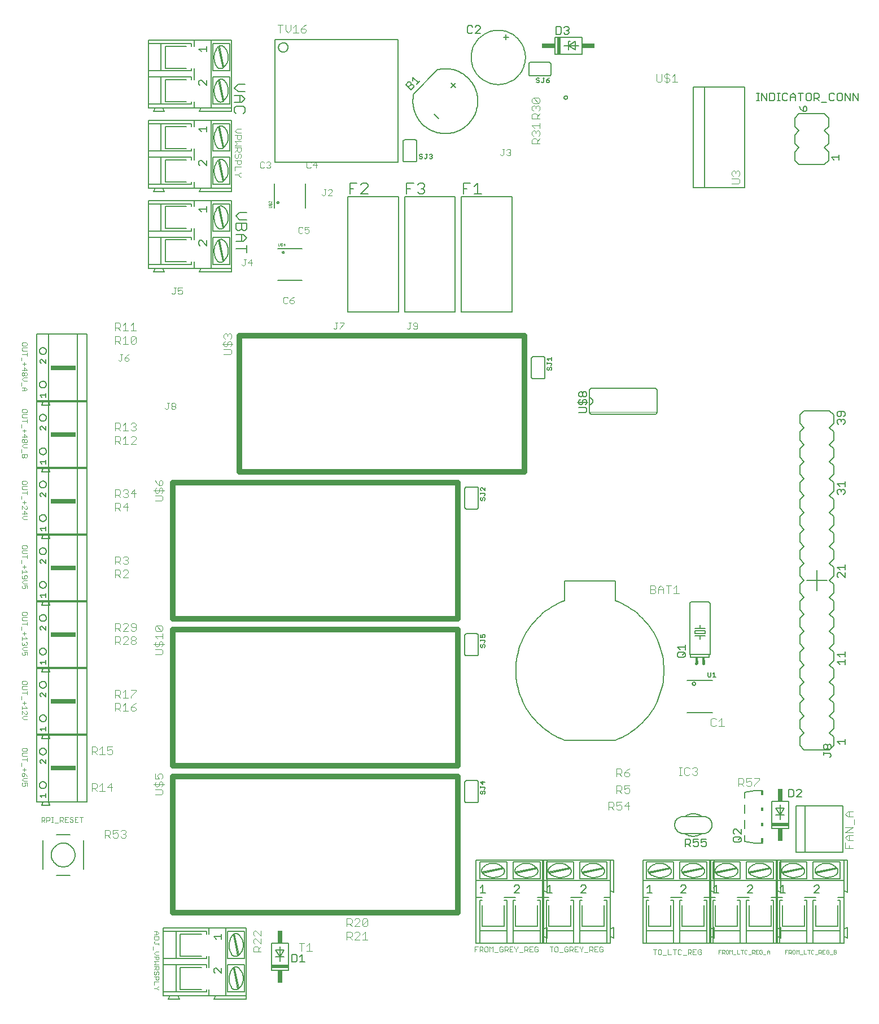
<source format=gto>
G75*
G70*
%OFA0B0*%
%FSLAX24Y24*%
%IPPOS*%
%LPD*%
%AMOC8*
5,1,8,0,0,1.08239X$1,22.5*
%
%ADD10C,0.0030*%
%ADD11C,0.0080*%
%ADD12C,0.0060*%
%ADD13C,0.0040*%
%ADD14C,0.0160*%
%ADD15R,0.0160X0.0230*%
%ADD16C,0.0050*%
%ADD17C,0.0070*%
%ADD18C,0.0010*%
%ADD19C,0.0020*%
%ADD20C,0.0320*%
%ADD21R,0.0150X0.0300*%
%ADD22R,0.0150X0.0200*%
%ADD23R,0.1000X0.0200*%
%ADD24R,0.0300X0.0750*%
%ADD25R,0.1500X0.0300*%
%ADD26R,0.0200X0.1000*%
%ADD27R,0.0750X0.0300*%
D10*
X009151Y002140D02*
X009296Y002140D01*
X009393Y002043D01*
X009441Y002043D01*
X009296Y002140D02*
X009393Y002237D01*
X009441Y002237D01*
X009441Y002531D02*
X009151Y002531D01*
X009151Y002338D01*
X009296Y002632D02*
X009248Y002681D01*
X009248Y002826D01*
X009151Y002826D02*
X009441Y002826D01*
X009441Y002681D01*
X009393Y002632D01*
X009296Y002632D01*
X009248Y002927D02*
X009199Y002927D01*
X009151Y002975D01*
X009151Y003072D01*
X009199Y003120D01*
X009296Y003072D02*
X009296Y002975D01*
X009248Y002927D01*
X009393Y002927D02*
X009441Y002975D01*
X009441Y003072D01*
X009393Y003120D01*
X009345Y003120D01*
X009296Y003072D01*
X009296Y003222D02*
X009248Y003270D01*
X009248Y003415D01*
X009248Y003318D02*
X009151Y003222D01*
X009296Y003222D02*
X009393Y003222D01*
X009441Y003270D01*
X009441Y003415D01*
X009151Y003415D01*
X009151Y003516D02*
X009441Y003516D01*
X009441Y003710D02*
X009151Y003710D01*
X009248Y003613D01*
X009151Y003516D01*
X009296Y003811D02*
X009248Y003859D01*
X009248Y004004D01*
X009151Y004004D02*
X009441Y004004D01*
X009441Y003859D01*
X009393Y003811D01*
X009296Y003811D01*
X009248Y004106D02*
X009441Y004106D01*
X009441Y004299D02*
X009248Y004299D01*
X009151Y004202D01*
X009248Y004106D01*
X009103Y004400D02*
X009103Y004594D01*
X009199Y004743D02*
X009441Y004743D01*
X009441Y004695D02*
X009441Y004792D01*
X009393Y004990D02*
X009441Y005038D01*
X009441Y005183D01*
X009151Y005183D01*
X009151Y005038D01*
X009199Y004990D01*
X009393Y004990D01*
X009199Y004888D02*
X009151Y004840D01*
X009151Y004792D01*
X009199Y004743D01*
X009151Y005284D02*
X009345Y005284D01*
X009441Y005381D01*
X009345Y005478D01*
X009151Y005478D01*
X009296Y005478D02*
X009296Y005284D01*
X004870Y011938D02*
X004870Y012228D01*
X004773Y012228D02*
X004967Y012228D01*
X004672Y012228D02*
X004479Y012228D01*
X004479Y011938D01*
X004672Y011938D01*
X004575Y012083D02*
X004479Y012083D01*
X004377Y012035D02*
X004377Y011986D01*
X004329Y011938D01*
X004232Y011938D01*
X004184Y011986D01*
X004232Y012083D02*
X004184Y012132D01*
X004184Y012180D01*
X004232Y012228D01*
X004329Y012228D01*
X004377Y012180D01*
X004329Y012083D02*
X004377Y012035D01*
X004329Y012083D02*
X004232Y012083D01*
X004083Y011938D02*
X003889Y011938D01*
X003889Y012228D01*
X004083Y012228D01*
X003986Y012083D02*
X003889Y012083D01*
X003788Y012083D02*
X003740Y012035D01*
X003595Y012035D01*
X003691Y012035D02*
X003788Y011938D01*
X003788Y012083D02*
X003788Y012180D01*
X003740Y012228D01*
X003595Y012228D01*
X003595Y011938D01*
X003493Y011890D02*
X003300Y011890D01*
X003200Y011938D02*
X003103Y011938D01*
X003152Y011938D02*
X003152Y012228D01*
X003200Y012228D02*
X003103Y012228D01*
X003002Y012180D02*
X003002Y012083D01*
X002954Y012035D01*
X002809Y012035D01*
X002809Y011938D02*
X002809Y012228D01*
X002954Y012228D01*
X003002Y012180D01*
X002708Y012180D02*
X002708Y012083D01*
X002659Y012035D01*
X002514Y012035D01*
X002611Y012035D02*
X002708Y011938D01*
X002514Y011938D02*
X002514Y012228D01*
X002659Y012228D01*
X002708Y012180D01*
X001652Y014050D02*
X001652Y014243D01*
X001506Y014243D01*
X001555Y014146D01*
X001555Y014098D01*
X001506Y014050D01*
X001410Y014050D01*
X001361Y014098D01*
X001361Y014195D01*
X001410Y014243D01*
X001458Y014344D02*
X001652Y014344D01*
X001652Y014538D02*
X001458Y014538D01*
X001361Y014441D01*
X001458Y014344D01*
X001458Y014639D02*
X001506Y014687D01*
X001506Y014832D01*
X001410Y014832D01*
X001361Y014784D01*
X001361Y014687D01*
X001410Y014639D01*
X001458Y014639D01*
X001603Y014736D02*
X001506Y014832D01*
X001506Y014934D02*
X001506Y015127D01*
X001410Y015030D02*
X001603Y015030D01*
X001603Y014736D02*
X001652Y014639D01*
X001313Y015228D02*
X001313Y015422D01*
X001361Y015620D02*
X001652Y015620D01*
X001652Y015716D02*
X001652Y015523D01*
X001652Y015818D02*
X001410Y015818D01*
X001361Y015866D01*
X001361Y015963D01*
X001410Y016011D01*
X001652Y016011D01*
X001603Y016112D02*
X001410Y016112D01*
X001361Y016161D01*
X001361Y016257D01*
X001410Y016306D01*
X001603Y016306D01*
X001652Y016257D01*
X001652Y016161D01*
X001603Y016112D01*
X001652Y017987D02*
X001458Y017987D01*
X001361Y018083D01*
X001458Y018180D01*
X001652Y018180D01*
X001603Y018281D02*
X001652Y018330D01*
X001652Y018426D01*
X001603Y018475D01*
X001603Y018281D02*
X001555Y018281D01*
X001361Y018475D01*
X001361Y018281D01*
X001361Y018576D02*
X001361Y018769D01*
X001361Y018673D02*
X001652Y018673D01*
X001555Y018769D01*
X001506Y018871D02*
X001506Y019064D01*
X001410Y018967D02*
X001603Y018967D01*
X001313Y019165D02*
X001313Y019359D01*
X001361Y019557D02*
X001652Y019557D01*
X001652Y019653D02*
X001652Y019460D01*
X001652Y019755D02*
X001410Y019755D01*
X001361Y019803D01*
X001361Y019900D01*
X001410Y019948D01*
X001652Y019948D01*
X001603Y020049D02*
X001652Y020098D01*
X001652Y020194D01*
X001603Y020243D01*
X001410Y020243D01*
X001361Y020194D01*
X001361Y020098D01*
X001410Y020049D01*
X001603Y020049D01*
X001652Y021776D02*
X001652Y021970D01*
X001506Y021970D01*
X001555Y021873D01*
X001555Y021825D01*
X001506Y021776D01*
X001410Y021776D01*
X001361Y021825D01*
X001361Y021921D01*
X001410Y021970D01*
X001458Y022071D02*
X001652Y022071D01*
X001652Y022265D02*
X001458Y022265D01*
X001361Y022168D01*
X001458Y022071D01*
X001458Y022366D02*
X001410Y022366D01*
X001361Y022414D01*
X001361Y022511D01*
X001410Y022559D01*
X001361Y022660D02*
X001361Y022854D01*
X001361Y022757D02*
X001652Y022757D01*
X001555Y022854D01*
X001506Y022955D02*
X001506Y023148D01*
X001410Y023052D02*
X001603Y023052D01*
X001313Y023250D02*
X001313Y023443D01*
X001361Y023641D02*
X001652Y023641D01*
X001652Y023738D02*
X001652Y023544D01*
X001652Y023839D02*
X001410Y023839D01*
X001361Y023887D01*
X001361Y023984D01*
X001410Y024032D01*
X001652Y024032D01*
X001603Y024134D02*
X001652Y024182D01*
X001652Y024279D01*
X001603Y024327D01*
X001410Y024327D01*
X001361Y024279D01*
X001361Y024182D01*
X001410Y024134D01*
X001603Y024134D01*
X001603Y022559D02*
X001652Y022511D01*
X001652Y022414D01*
X001603Y022366D01*
X001555Y022366D01*
X001506Y022414D01*
X001458Y022366D01*
X001506Y022414D02*
X001506Y022462D01*
X001506Y025713D02*
X001410Y025713D01*
X001361Y025762D01*
X001361Y025858D01*
X001410Y025907D01*
X001506Y025907D02*
X001555Y025810D01*
X001555Y025762D01*
X001506Y025713D01*
X001652Y025713D02*
X001652Y025907D01*
X001506Y025907D01*
X001458Y026008D02*
X001652Y026008D01*
X001652Y026202D02*
X001458Y026202D01*
X001361Y026105D01*
X001458Y026008D01*
X001410Y026303D02*
X001603Y026303D01*
X001652Y026351D01*
X001652Y026448D01*
X001603Y026496D01*
X001555Y026496D01*
X001506Y026448D01*
X001506Y026303D01*
X001410Y026303D02*
X001361Y026351D01*
X001361Y026448D01*
X001410Y026496D01*
X001361Y026597D02*
X001361Y026791D01*
X001361Y026694D02*
X001652Y026694D01*
X001555Y026791D01*
X001506Y026892D02*
X001506Y027085D01*
X001410Y026989D02*
X001603Y026989D01*
X001313Y027187D02*
X001313Y027380D01*
X001361Y027578D02*
X001652Y027578D01*
X001652Y027675D02*
X001652Y027481D01*
X001652Y027776D02*
X001410Y027776D01*
X001361Y027824D01*
X001361Y027921D01*
X001410Y027969D01*
X001652Y027969D01*
X001603Y028071D02*
X001652Y028119D01*
X001652Y028216D01*
X001603Y028264D01*
X001410Y028264D01*
X001361Y028216D01*
X001361Y028119D01*
X001410Y028071D01*
X001603Y028071D01*
X001652Y029798D02*
X001458Y029798D01*
X001361Y029894D01*
X001458Y029991D01*
X001652Y029991D01*
X001652Y030141D02*
X001506Y030286D01*
X001506Y030092D01*
X001361Y030141D02*
X001652Y030141D01*
X001603Y030387D02*
X001555Y030387D01*
X001361Y030581D01*
X001361Y030387D01*
X001603Y030387D02*
X001652Y030435D01*
X001652Y030532D01*
X001603Y030581D01*
X001506Y030682D02*
X001506Y030875D01*
X001410Y030778D02*
X001603Y030778D01*
X001313Y030976D02*
X001313Y031170D01*
X001361Y031368D02*
X001652Y031368D01*
X001652Y031464D02*
X001652Y031271D01*
X001652Y031566D02*
X001410Y031566D01*
X001361Y031614D01*
X001361Y031711D01*
X001410Y031759D01*
X001652Y031759D01*
X001603Y031860D02*
X001652Y031909D01*
X001652Y032005D01*
X001603Y032054D01*
X001410Y032054D01*
X001361Y032005D01*
X001361Y031909D01*
X001410Y031860D01*
X001603Y031860D01*
X001603Y033440D02*
X001555Y033440D01*
X001506Y033488D01*
X001506Y033634D01*
X001361Y033634D02*
X001361Y033488D01*
X001410Y033440D01*
X001458Y033440D01*
X001506Y033488D01*
X001603Y033440D02*
X001652Y033488D01*
X001652Y033634D01*
X001361Y033634D01*
X001313Y033735D02*
X001313Y033928D01*
X001458Y034029D02*
X001652Y034029D01*
X001652Y034223D02*
X001458Y034223D01*
X001361Y034126D01*
X001458Y034029D01*
X001458Y034324D02*
X001410Y034324D01*
X001361Y034372D01*
X001361Y034469D01*
X001410Y034518D01*
X001458Y034518D01*
X001506Y034469D01*
X001506Y034372D01*
X001458Y034324D01*
X001506Y034372D02*
X001555Y034324D01*
X001603Y034324D01*
X001652Y034372D01*
X001652Y034469D01*
X001603Y034518D01*
X001555Y034518D01*
X001506Y034469D01*
X001506Y034619D02*
X001506Y034812D01*
X001652Y034667D01*
X001361Y034667D01*
X001506Y034913D02*
X001506Y035107D01*
X001410Y035010D02*
X001603Y035010D01*
X001313Y035208D02*
X001313Y035401D01*
X001361Y035599D02*
X001652Y035599D01*
X001652Y035503D02*
X001652Y035696D01*
X001652Y035797D02*
X001410Y035797D01*
X001361Y035846D01*
X001361Y035942D01*
X001410Y035991D01*
X001652Y035991D01*
X001603Y036092D02*
X001652Y036140D01*
X001652Y036237D01*
X001603Y036285D01*
X001410Y036285D01*
X001361Y036237D01*
X001361Y036140D01*
X001410Y036092D01*
X001603Y036092D01*
X001555Y037377D02*
X001361Y037377D01*
X001506Y037377D02*
X001506Y037571D01*
X001555Y037571D02*
X001652Y037474D01*
X001555Y037377D01*
X001555Y037571D02*
X001361Y037571D01*
X001313Y037672D02*
X001313Y037865D01*
X001458Y037966D02*
X001652Y037966D01*
X001652Y038160D02*
X001458Y038160D01*
X001361Y038063D01*
X001458Y037966D01*
X001458Y038261D02*
X001410Y038261D01*
X001361Y038309D01*
X001361Y038406D01*
X001410Y038455D01*
X001458Y038455D01*
X001506Y038406D01*
X001506Y038309D01*
X001458Y038261D01*
X001506Y038309D02*
X001555Y038261D01*
X001603Y038261D01*
X001652Y038309D01*
X001652Y038406D01*
X001603Y038455D01*
X001555Y038455D01*
X001506Y038406D01*
X001506Y038556D02*
X001506Y038749D01*
X001652Y038604D01*
X001361Y038604D01*
X001506Y038850D02*
X001506Y039044D01*
X001410Y038947D02*
X001603Y038947D01*
X001313Y039145D02*
X001313Y039338D01*
X001361Y039536D02*
X001652Y039536D01*
X001652Y039440D02*
X001652Y039633D01*
X001652Y039734D02*
X001410Y039734D01*
X001361Y039783D01*
X001361Y039879D01*
X001410Y039928D01*
X001652Y039928D01*
X001603Y040029D02*
X001652Y040077D01*
X001652Y040174D01*
X001603Y040222D01*
X001410Y040222D01*
X001361Y040174D01*
X001361Y040077D01*
X001410Y040029D01*
X001603Y040029D01*
X007055Y039203D02*
X007116Y039141D01*
X007178Y039141D01*
X007240Y039203D01*
X007240Y039512D01*
X007178Y039512D02*
X007302Y039512D01*
X007423Y039327D02*
X007608Y039327D01*
X007670Y039265D01*
X007670Y039203D01*
X007608Y039141D01*
X007485Y039141D01*
X007423Y039203D01*
X007423Y039327D01*
X007547Y039450D01*
X007670Y039512D01*
X009934Y036657D02*
X010058Y036657D01*
X009996Y036657D02*
X009996Y036349D01*
X009934Y036287D01*
X009872Y036287D01*
X009811Y036349D01*
X010179Y036349D02*
X010179Y036410D01*
X010241Y036472D01*
X010364Y036472D01*
X010426Y036410D01*
X010426Y036349D01*
X010364Y036287D01*
X010241Y036287D01*
X010179Y036349D01*
X010241Y036472D02*
X010179Y036534D01*
X010179Y036596D01*
X010241Y036657D01*
X010364Y036657D01*
X010426Y036596D01*
X010426Y036534D01*
X010364Y036472D01*
X010328Y043078D02*
X010390Y043140D01*
X010390Y043449D01*
X010451Y043449D02*
X010328Y043449D01*
X010573Y043449D02*
X010573Y043264D01*
X010696Y043325D01*
X010758Y043325D01*
X010820Y043264D01*
X010820Y043140D01*
X010758Y043078D01*
X010634Y043078D01*
X010573Y043140D01*
X010328Y043078D02*
X010266Y043078D01*
X010204Y043140D01*
X010573Y043449D02*
X010820Y043449D01*
X014338Y044813D02*
X014400Y044752D01*
X014462Y044752D01*
X014523Y044813D01*
X014523Y045122D01*
X014462Y045122D02*
X014585Y045122D01*
X014707Y044937D02*
X014953Y044937D01*
X014892Y044752D02*
X014892Y045122D01*
X014707Y044937D01*
X016799Y042846D02*
X016799Y042599D01*
X016861Y042537D01*
X016984Y042537D01*
X017046Y042599D01*
X017167Y042599D02*
X017229Y042537D01*
X017352Y042537D01*
X017414Y042599D01*
X017414Y042660D01*
X017352Y042722D01*
X017167Y042722D01*
X017167Y042599D01*
X017167Y042722D02*
X017291Y042846D01*
X017414Y042907D01*
X017046Y042846D02*
X016984Y042907D01*
X016861Y042907D01*
X016799Y042846D01*
X019875Y041382D02*
X019998Y041382D01*
X019937Y041382D02*
X019937Y041073D01*
X019875Y041011D01*
X019813Y041011D01*
X019752Y041073D01*
X020120Y041073D02*
X020120Y041011D01*
X020120Y041073D02*
X020367Y041320D01*
X020367Y041382D01*
X020120Y041382D01*
X024082Y041073D02*
X024144Y041011D01*
X024206Y041011D01*
X024267Y041073D01*
X024267Y041382D01*
X024206Y041382D02*
X024329Y041382D01*
X024451Y041320D02*
X024451Y041258D01*
X024512Y041197D01*
X024698Y041197D01*
X024698Y041320D02*
X024636Y041382D01*
X024512Y041382D01*
X024451Y041320D01*
X024698Y041320D02*
X024698Y041073D01*
X024636Y041011D01*
X024512Y041011D01*
X024451Y041073D01*
X018300Y046733D02*
X018238Y046671D01*
X018115Y046671D01*
X018053Y046733D01*
X017932Y046733D02*
X017870Y046671D01*
X017746Y046671D01*
X017685Y046733D01*
X017685Y046980D01*
X017746Y047041D01*
X017870Y047041D01*
X017932Y046980D01*
X018053Y047041D02*
X018053Y046856D01*
X018176Y046918D01*
X018238Y046918D01*
X018300Y046856D01*
X018300Y046733D01*
X018300Y047041D02*
X018053Y047041D01*
X019124Y048885D02*
X019186Y048885D01*
X019248Y048947D01*
X019248Y049256D01*
X019186Y049256D02*
X019310Y049256D01*
X019431Y049194D02*
X019493Y049256D01*
X019616Y049256D01*
X019678Y049194D01*
X019678Y049132D01*
X019431Y048885D01*
X019678Y048885D01*
X019124Y048885D02*
X019063Y048947D01*
X018730Y050509D02*
X018730Y050880D01*
X018545Y050695D01*
X018792Y050695D01*
X018424Y050818D02*
X018362Y050880D01*
X018239Y050880D01*
X018177Y050818D01*
X018177Y050571D01*
X018239Y050509D01*
X018362Y050509D01*
X018424Y050571D01*
X016036Y050571D02*
X015974Y050509D01*
X015851Y050509D01*
X015789Y050571D01*
X015668Y050571D02*
X015606Y050509D01*
X015483Y050509D01*
X015421Y050571D01*
X015421Y050818D01*
X015483Y050880D01*
X015606Y050880D01*
X015668Y050818D01*
X015789Y050818D02*
X015851Y050880D01*
X015974Y050880D01*
X016036Y050818D01*
X016036Y050756D01*
X015974Y050695D01*
X016036Y050633D01*
X016036Y050571D01*
X015974Y050695D02*
X015913Y050695D01*
X029594Y051309D02*
X029656Y051248D01*
X029718Y051248D01*
X029779Y051309D01*
X029779Y051618D01*
X029718Y051618D02*
X029841Y051618D01*
X029962Y051556D02*
X030024Y051618D01*
X030148Y051618D01*
X030209Y051556D01*
X030209Y051495D01*
X030148Y051433D01*
X030209Y051371D01*
X030209Y051309D01*
X030148Y051248D01*
X030024Y051248D01*
X029962Y051309D01*
X030086Y051433D02*
X030148Y051433D01*
X030149Y004582D02*
X030149Y004291D01*
X030342Y004291D01*
X030246Y004437D02*
X030149Y004437D01*
X030048Y004437D02*
X029999Y004388D01*
X029854Y004388D01*
X029854Y004291D02*
X029854Y004582D01*
X029999Y004582D01*
X030048Y004533D01*
X030048Y004437D01*
X029951Y004388D02*
X030048Y004291D01*
X029753Y004340D02*
X029753Y004437D01*
X029656Y004437D01*
X029560Y004533D02*
X029560Y004340D01*
X029608Y004291D01*
X029705Y004291D01*
X029753Y004340D01*
X029753Y004533D02*
X029705Y004582D01*
X029608Y004582D01*
X029560Y004533D01*
X029458Y004243D02*
X029265Y004243D01*
X029164Y004291D02*
X029164Y004582D01*
X029067Y004485D01*
X028970Y004582D01*
X028970Y004291D01*
X028869Y004340D02*
X028869Y004533D01*
X028821Y004582D01*
X028724Y004582D01*
X028676Y004533D01*
X028676Y004340D01*
X028724Y004291D01*
X028821Y004291D01*
X028869Y004340D01*
X028574Y004291D02*
X028478Y004388D01*
X028526Y004388D02*
X028381Y004388D01*
X028381Y004291D02*
X028381Y004582D01*
X028526Y004582D01*
X028574Y004533D01*
X028574Y004437D01*
X028526Y004388D01*
X028280Y004582D02*
X028086Y004582D01*
X028086Y004291D01*
X028086Y004437D02*
X028183Y004437D01*
X030149Y004582D02*
X030342Y004582D01*
X030443Y004582D02*
X030443Y004533D01*
X030540Y004437D01*
X030540Y004291D01*
X030540Y004437D02*
X030637Y004533D01*
X030637Y004582D01*
X030738Y004243D02*
X030932Y004243D01*
X031033Y004291D02*
X031033Y004582D01*
X031178Y004582D01*
X031226Y004533D01*
X031226Y004437D01*
X031178Y004388D01*
X031033Y004388D01*
X031130Y004388D02*
X031226Y004291D01*
X031327Y004291D02*
X031521Y004291D01*
X031622Y004340D02*
X031670Y004291D01*
X031767Y004291D01*
X031816Y004340D01*
X031816Y004437D01*
X031719Y004437D01*
X031816Y004533D02*
X031767Y004582D01*
X031670Y004582D01*
X031622Y004533D01*
X031622Y004340D01*
X031424Y004437D02*
X031327Y004437D01*
X031327Y004582D02*
X031327Y004291D01*
X031327Y004582D02*
X031521Y004582D01*
X032515Y004582D02*
X032709Y004582D01*
X032612Y004582D02*
X032612Y004291D01*
X032810Y004340D02*
X032858Y004291D01*
X032955Y004291D01*
X033004Y004340D01*
X033004Y004533D01*
X032955Y004582D01*
X032858Y004582D01*
X032810Y004533D01*
X032810Y004340D01*
X033105Y004243D02*
X033298Y004243D01*
X033399Y004340D02*
X033448Y004291D01*
X033544Y004291D01*
X033593Y004340D01*
X033593Y004437D01*
X033496Y004437D01*
X033399Y004533D02*
X033399Y004340D01*
X033399Y004533D02*
X033448Y004582D01*
X033544Y004582D01*
X033593Y004533D01*
X033694Y004582D02*
X033839Y004582D01*
X033887Y004533D01*
X033887Y004437D01*
X033839Y004388D01*
X033694Y004388D01*
X033694Y004291D02*
X033694Y004582D01*
X033791Y004388D02*
X033887Y004291D01*
X033989Y004291D02*
X034182Y004291D01*
X034085Y004437D02*
X033989Y004437D01*
X033989Y004582D02*
X033989Y004291D01*
X033989Y004582D02*
X034182Y004582D01*
X034283Y004582D02*
X034283Y004533D01*
X034380Y004437D01*
X034380Y004291D01*
X034380Y004437D02*
X034477Y004533D01*
X034477Y004582D01*
X034578Y004243D02*
X034771Y004243D01*
X034873Y004291D02*
X034873Y004582D01*
X035018Y004582D01*
X035066Y004533D01*
X035066Y004437D01*
X035018Y004388D01*
X034873Y004388D01*
X034969Y004388D02*
X035066Y004291D01*
X035167Y004291D02*
X035361Y004291D01*
X035462Y004340D02*
X035510Y004291D01*
X035607Y004291D01*
X035655Y004340D01*
X035655Y004437D01*
X035559Y004437D01*
X035655Y004533D02*
X035607Y004582D01*
X035510Y004582D01*
X035462Y004533D01*
X035462Y004340D01*
X035264Y004437D02*
X035167Y004437D01*
X035167Y004582D02*
X035167Y004291D01*
X035167Y004582D02*
X035361Y004582D01*
X038621Y004422D02*
X038814Y004422D01*
X038718Y004422D02*
X038718Y004131D01*
X038916Y004180D02*
X038964Y004131D01*
X039061Y004131D01*
X039109Y004180D01*
X039109Y004373D01*
X039061Y004422D01*
X038964Y004422D01*
X038916Y004373D01*
X038916Y004180D01*
X039210Y004083D02*
X039404Y004083D01*
X039505Y004131D02*
X039698Y004131D01*
X039505Y004131D02*
X039505Y004422D01*
X039799Y004422D02*
X039993Y004422D01*
X039896Y004422D02*
X039896Y004131D01*
X040094Y004180D02*
X040143Y004131D01*
X040239Y004131D01*
X040288Y004180D01*
X040389Y004083D02*
X040582Y004083D01*
X040683Y004131D02*
X040683Y004422D01*
X040829Y004422D01*
X040877Y004373D01*
X040877Y004277D01*
X040829Y004228D01*
X040683Y004228D01*
X040780Y004228D02*
X040877Y004131D01*
X040978Y004131D02*
X041172Y004131D01*
X041273Y004180D02*
X041321Y004131D01*
X041418Y004131D01*
X041466Y004180D01*
X041466Y004277D01*
X041369Y004277D01*
X041273Y004373D02*
X041273Y004180D01*
X041273Y004373D02*
X041321Y004422D01*
X041418Y004422D01*
X041466Y004373D01*
X041172Y004422D02*
X040978Y004422D01*
X040978Y004131D01*
X040978Y004277D02*
X041075Y004277D01*
X040288Y004373D02*
X040239Y004422D01*
X040143Y004422D01*
X040094Y004373D01*
X040094Y004180D01*
D11*
X004185Y008793D02*
X003392Y008793D01*
X002592Y009143D02*
X002592Y010843D01*
X003392Y011193D02*
X004196Y011193D01*
X004992Y010843D02*
X004992Y009143D01*
X003092Y009993D02*
X003094Y010045D01*
X003100Y010097D01*
X003110Y010149D01*
X003123Y010199D01*
X003140Y010249D01*
X003161Y010297D01*
X003186Y010343D01*
X003214Y010387D01*
X003245Y010429D01*
X003279Y010469D01*
X003316Y010506D01*
X003356Y010540D01*
X003398Y010571D01*
X003442Y010599D01*
X003488Y010624D01*
X003536Y010645D01*
X003586Y010662D01*
X003636Y010675D01*
X003688Y010685D01*
X003740Y010691D01*
X003792Y010693D01*
X003844Y010691D01*
X003896Y010685D01*
X003948Y010675D01*
X003998Y010662D01*
X004048Y010645D01*
X004096Y010624D01*
X004142Y010599D01*
X004186Y010571D01*
X004228Y010540D01*
X004268Y010506D01*
X004305Y010469D01*
X004339Y010429D01*
X004370Y010387D01*
X004398Y010343D01*
X004423Y010297D01*
X004444Y010249D01*
X004461Y010199D01*
X004474Y010149D01*
X004484Y010097D01*
X004490Y010045D01*
X004492Y009993D01*
X004490Y009941D01*
X004484Y009889D01*
X004474Y009837D01*
X004461Y009787D01*
X004444Y009737D01*
X004423Y009689D01*
X004398Y009643D01*
X004370Y009599D01*
X004339Y009557D01*
X004305Y009517D01*
X004268Y009480D01*
X004228Y009446D01*
X004186Y009415D01*
X004142Y009387D01*
X004096Y009362D01*
X004048Y009341D01*
X003998Y009324D01*
X003948Y009311D01*
X003896Y009301D01*
X003844Y009295D01*
X003792Y009293D01*
X003740Y009295D01*
X003688Y009301D01*
X003636Y009311D01*
X003586Y009324D01*
X003536Y009341D01*
X003488Y009362D01*
X003442Y009387D01*
X003398Y009415D01*
X003356Y009446D01*
X003316Y009480D01*
X003279Y009517D01*
X003245Y009557D01*
X003214Y009599D01*
X003186Y009643D01*
X003161Y009689D01*
X003140Y009737D01*
X003123Y009787D01*
X003110Y009837D01*
X003100Y009889D01*
X003094Y009941D01*
X003092Y009993D01*
X027506Y013183D02*
X027506Y014283D01*
X027508Y014300D01*
X027512Y014317D01*
X027519Y014333D01*
X027529Y014347D01*
X027542Y014360D01*
X027556Y014370D01*
X027572Y014377D01*
X027589Y014381D01*
X027606Y014383D01*
X028206Y014383D01*
X028223Y014381D01*
X028240Y014377D01*
X028256Y014370D01*
X028270Y014360D01*
X028283Y014347D01*
X028293Y014333D01*
X028300Y014317D01*
X028304Y014300D01*
X028306Y014283D01*
X028306Y013183D01*
X028304Y013166D01*
X028300Y013149D01*
X028293Y013133D01*
X028283Y013119D01*
X028270Y013106D01*
X028256Y013096D01*
X028240Y013089D01*
X028223Y013085D01*
X028206Y013083D01*
X027606Y013083D01*
X027589Y013085D01*
X027572Y013089D01*
X027556Y013096D01*
X027542Y013106D01*
X027529Y013119D01*
X027519Y013133D01*
X027512Y013149D01*
X027508Y013166D01*
X027506Y013183D01*
X033398Y016768D02*
X036390Y016768D01*
X033398Y016768D02*
X033199Y016846D01*
X033005Y016934D01*
X032814Y017031D01*
X032629Y017137D01*
X032449Y017253D01*
X032275Y017376D01*
X032108Y017509D01*
X031947Y017649D01*
X031792Y017797D01*
X031646Y017952D01*
X031507Y018115D01*
X031376Y018283D01*
X031254Y018459D01*
X031140Y018639D01*
X031035Y018826D01*
X030940Y019017D01*
X030854Y019212D01*
X030777Y019412D01*
X030710Y019614D01*
X030654Y019820D01*
X030607Y020029D01*
X030571Y020239D01*
X030545Y020451D01*
X030529Y020664D01*
X030524Y020878D01*
X030529Y021092D01*
X030545Y021305D01*
X030571Y021517D01*
X030607Y021727D01*
X030654Y021936D01*
X030710Y022142D01*
X030777Y022344D01*
X030854Y022544D01*
X030940Y022739D01*
X031035Y022930D01*
X031140Y023117D01*
X031254Y023297D01*
X031376Y023473D01*
X031507Y023641D01*
X031646Y023804D01*
X031792Y023959D01*
X031947Y024107D01*
X032108Y024247D01*
X032275Y024380D01*
X032449Y024503D01*
X032629Y024619D01*
X032814Y024725D01*
X033005Y024822D01*
X033199Y024910D01*
X033398Y024988D01*
X033398Y024989D02*
X033398Y026162D01*
X036390Y026162D01*
X036390Y024989D01*
X036390Y024988D02*
X036589Y024910D01*
X036783Y024822D01*
X036974Y024725D01*
X037159Y024619D01*
X037339Y024503D01*
X037513Y024380D01*
X037680Y024247D01*
X037841Y024107D01*
X037996Y023959D01*
X038142Y023804D01*
X038281Y023641D01*
X038412Y023473D01*
X038534Y023297D01*
X038648Y023117D01*
X038753Y022930D01*
X038848Y022739D01*
X038934Y022544D01*
X039011Y022344D01*
X039078Y022142D01*
X039134Y021936D01*
X039181Y021727D01*
X039217Y021517D01*
X039243Y021305D01*
X039259Y021092D01*
X039264Y020878D01*
X039259Y020664D01*
X039243Y020451D01*
X039217Y020239D01*
X039181Y020029D01*
X039134Y019820D01*
X039078Y019614D01*
X039011Y019412D01*
X038934Y019212D01*
X038848Y019017D01*
X038753Y018826D01*
X038648Y018639D01*
X038534Y018459D01*
X038412Y018283D01*
X038281Y018115D01*
X038142Y017952D01*
X037996Y017797D01*
X037841Y017649D01*
X037680Y017509D01*
X037513Y017376D01*
X037339Y017253D01*
X037159Y017137D01*
X036974Y017031D01*
X036783Y016934D01*
X036589Y016846D01*
X036390Y016768D01*
X040642Y018398D02*
X042138Y018398D01*
X040940Y020103D02*
X040942Y020123D01*
X040948Y020141D01*
X040957Y020159D01*
X040969Y020174D01*
X040984Y020186D01*
X041002Y020195D01*
X041020Y020201D01*
X041040Y020203D01*
X041060Y020201D01*
X041078Y020195D01*
X041096Y020186D01*
X041111Y020174D01*
X041123Y020159D01*
X041132Y020141D01*
X041138Y020123D01*
X041140Y020103D01*
X041138Y020083D01*
X041132Y020065D01*
X041123Y020047D01*
X041111Y020032D01*
X041096Y020020D01*
X041078Y020011D01*
X041060Y020005D01*
X041040Y020003D01*
X041020Y020005D01*
X041002Y020011D01*
X040984Y020020D01*
X040969Y020032D01*
X040957Y020047D01*
X040948Y020065D01*
X040942Y020083D01*
X040940Y020103D01*
X040642Y020288D02*
X042138Y020288D01*
X028306Y021844D02*
X028306Y022944D01*
X028304Y022961D01*
X028300Y022978D01*
X028293Y022994D01*
X028283Y023008D01*
X028270Y023021D01*
X028256Y023031D01*
X028240Y023038D01*
X028223Y023042D01*
X028206Y023044D01*
X027606Y023044D01*
X027589Y023042D01*
X027572Y023038D01*
X027556Y023031D01*
X027542Y023021D01*
X027529Y023008D01*
X027519Y022994D01*
X027512Y022978D01*
X027508Y022961D01*
X027506Y022944D01*
X027506Y021844D01*
X027508Y021827D01*
X027512Y021810D01*
X027519Y021794D01*
X027529Y021780D01*
X027542Y021767D01*
X027556Y021757D01*
X027572Y021750D01*
X027589Y021746D01*
X027606Y021744D01*
X028206Y021744D01*
X028223Y021746D01*
X028240Y021750D01*
X028256Y021757D01*
X028270Y021767D01*
X028283Y021780D01*
X028293Y021794D01*
X028300Y021810D01*
X028304Y021827D01*
X028306Y021844D01*
X028206Y030406D02*
X027606Y030406D01*
X027589Y030408D01*
X027572Y030412D01*
X027556Y030419D01*
X027542Y030429D01*
X027529Y030442D01*
X027519Y030456D01*
X027512Y030472D01*
X027508Y030489D01*
X027506Y030506D01*
X027506Y031606D01*
X027508Y031623D01*
X027512Y031640D01*
X027519Y031656D01*
X027529Y031670D01*
X027542Y031683D01*
X027556Y031693D01*
X027572Y031700D01*
X027589Y031704D01*
X027606Y031706D01*
X028206Y031706D01*
X028223Y031704D01*
X028240Y031700D01*
X028256Y031693D01*
X028270Y031683D01*
X028283Y031670D01*
X028293Y031656D01*
X028300Y031640D01*
X028304Y031623D01*
X028306Y031606D01*
X028306Y030506D01*
X028304Y030489D01*
X028300Y030472D01*
X028293Y030456D01*
X028283Y030442D01*
X028270Y030429D01*
X028256Y030419D01*
X028240Y030412D01*
X028223Y030408D01*
X028206Y030406D01*
X031543Y038083D02*
X032143Y038083D01*
X032160Y038085D01*
X032177Y038089D01*
X032193Y038096D01*
X032207Y038106D01*
X032220Y038119D01*
X032230Y038133D01*
X032237Y038149D01*
X032241Y038166D01*
X032243Y038183D01*
X032243Y039283D01*
X032241Y039300D01*
X032237Y039317D01*
X032230Y039333D01*
X032220Y039347D01*
X032207Y039360D01*
X032193Y039370D01*
X032177Y039377D01*
X032160Y039381D01*
X032143Y039383D01*
X031543Y039383D01*
X031526Y039381D01*
X031509Y039377D01*
X031493Y039370D01*
X031479Y039360D01*
X031466Y039347D01*
X031456Y039333D01*
X031449Y039317D01*
X031445Y039300D01*
X031443Y039283D01*
X031443Y038183D01*
X031445Y038166D01*
X031449Y038149D01*
X031456Y038133D01*
X031466Y038119D01*
X031479Y038106D01*
X031493Y038096D01*
X031509Y038089D01*
X031526Y038085D01*
X031543Y038083D01*
X024564Y050878D02*
X023964Y050878D01*
X023947Y050880D01*
X023930Y050884D01*
X023914Y050891D01*
X023900Y050901D01*
X023887Y050914D01*
X023877Y050928D01*
X023870Y050944D01*
X023866Y050961D01*
X023864Y050978D01*
X023864Y052078D01*
X023866Y052095D01*
X023870Y052112D01*
X023877Y052128D01*
X023887Y052142D01*
X023900Y052155D01*
X023914Y052165D01*
X023930Y052172D01*
X023947Y052176D01*
X023964Y052178D01*
X024564Y052178D01*
X024581Y052176D01*
X024598Y052172D01*
X024614Y052165D01*
X024628Y052155D01*
X024641Y052142D01*
X024651Y052128D01*
X024658Y052112D01*
X024662Y052095D01*
X024664Y052078D01*
X024664Y050978D01*
X024662Y050961D01*
X024658Y050944D01*
X024651Y050928D01*
X024641Y050914D01*
X024628Y050901D01*
X024614Y050891D01*
X024598Y050884D01*
X024581Y050880D01*
X024564Y050878D01*
X031291Y056051D02*
X031291Y056651D01*
X031293Y056668D01*
X031297Y056685D01*
X031304Y056701D01*
X031314Y056715D01*
X031327Y056728D01*
X031341Y056738D01*
X031357Y056745D01*
X031374Y056749D01*
X031391Y056751D01*
X032491Y056751D01*
X032508Y056749D01*
X032525Y056745D01*
X032541Y056738D01*
X032555Y056728D01*
X032568Y056715D01*
X032578Y056701D01*
X032585Y056685D01*
X032589Y056668D01*
X032591Y056651D01*
X032591Y056051D01*
X032589Y056034D01*
X032585Y056017D01*
X032578Y056001D01*
X032568Y055987D01*
X032555Y055974D01*
X032541Y055964D01*
X032525Y055957D01*
X032508Y055953D01*
X032491Y055951D01*
X031391Y055951D01*
X031374Y055953D01*
X031357Y055957D01*
X031341Y055964D01*
X031327Y055974D01*
X031314Y055987D01*
X031304Y056001D01*
X031297Y056017D01*
X031293Y056034D01*
X031291Y056051D01*
X016411Y048480D02*
X016413Y048495D01*
X016419Y048508D01*
X016428Y048520D01*
X016439Y048529D01*
X016453Y048535D01*
X016468Y048537D01*
X016483Y048535D01*
X016496Y048529D01*
X016508Y048520D01*
X016517Y048509D01*
X016523Y048495D01*
X016525Y048480D01*
X016523Y048465D01*
X016517Y048452D01*
X016508Y048440D01*
X016497Y048431D01*
X016483Y048425D01*
X016468Y048423D01*
X016453Y048425D01*
X016440Y048431D01*
X016428Y048440D01*
X016419Y048451D01*
X016413Y048465D01*
X016411Y048480D01*
X016731Y045545D02*
X016733Y045560D01*
X016739Y045573D01*
X016748Y045585D01*
X016759Y045594D01*
X016773Y045600D01*
X016788Y045602D01*
X016803Y045600D01*
X016816Y045594D01*
X016828Y045585D01*
X016837Y045574D01*
X016843Y045560D01*
X016845Y045545D01*
X016843Y045530D01*
X016837Y045517D01*
X016828Y045505D01*
X016817Y045496D01*
X016803Y045490D01*
X016788Y045488D01*
X016773Y045490D01*
X016760Y045496D01*
X016748Y045505D01*
X016739Y045516D01*
X016733Y045530D01*
X016731Y045545D01*
D12*
X016468Y045765D02*
X017887Y045765D01*
X017887Y043905D02*
X016468Y043905D01*
X013722Y044407D02*
X011822Y044407D01*
X011922Y044607D01*
X012522Y044607D01*
X012522Y048607D01*
X013722Y048607D01*
X013722Y044607D01*
X013722Y044407D01*
X013722Y044607D02*
X012522Y044607D01*
X012622Y044827D02*
X012622Y046427D01*
X013622Y046427D01*
X013622Y044827D01*
X012622Y044827D01*
X012880Y045049D02*
X012902Y045027D01*
X012925Y045008D01*
X012951Y044992D01*
X012978Y044979D01*
X013007Y044969D01*
X013036Y044962D01*
X013067Y044958D01*
X013097Y044958D01*
X013127Y044962D01*
X013157Y044969D01*
X013185Y044979D01*
X013213Y044992D01*
X013238Y045008D01*
X013262Y045027D01*
X013272Y045067D02*
X013022Y046267D01*
X012972Y046217D02*
X013222Y045017D01*
X012894Y045031D02*
X012859Y045080D01*
X012828Y045132D01*
X012800Y045185D01*
X012775Y045240D01*
X012754Y045296D01*
X012736Y045354D01*
X012722Y045412D01*
X012712Y045472D01*
X012705Y045532D01*
X012702Y045592D01*
X012703Y045652D01*
X012708Y045712D01*
X012716Y045772D01*
X012728Y045831D01*
X012744Y045889D01*
X012764Y045946D01*
X012787Y046002D01*
X012813Y046056D01*
X012843Y046108D01*
X012876Y046159D01*
X012912Y046207D01*
X012898Y046190D02*
X012915Y046216D01*
X012934Y046239D01*
X012957Y046259D01*
X012981Y046276D01*
X013008Y046290D01*
X013037Y046301D01*
X013066Y046307D01*
X013096Y046310D01*
X013127Y046309D01*
X013156Y046304D01*
X013185Y046295D01*
X013213Y046282D01*
X013238Y046266D01*
X013262Y046247D01*
X013622Y046797D02*
X013622Y048397D01*
X012622Y048397D01*
X012622Y046797D01*
X013622Y046797D01*
X013272Y047037D02*
X013022Y048237D01*
X012972Y048187D02*
X013222Y046987D01*
X013262Y046997D02*
X013238Y046978D01*
X013213Y046962D01*
X013185Y046949D01*
X013157Y046939D01*
X013127Y046932D01*
X013097Y046928D01*
X013067Y046928D01*
X013036Y046932D01*
X013007Y046939D01*
X012978Y046949D01*
X012951Y046962D01*
X012925Y046978D01*
X012902Y046997D01*
X012880Y047019D01*
X013264Y046995D02*
X013304Y047032D01*
X013341Y047072D01*
X013376Y047114D01*
X013407Y047158D01*
X013436Y047204D01*
X013461Y047252D01*
X013484Y047302D01*
X013502Y047353D01*
X013518Y047405D01*
X013529Y047459D01*
X013537Y047512D01*
X013542Y047567D01*
X013543Y047621D01*
X013540Y047676D01*
X013534Y047730D01*
X013524Y047783D01*
X013510Y047836D01*
X013493Y047887D01*
X013472Y047938D01*
X013449Y047987D01*
X013421Y048034D01*
X013391Y048079D01*
X013358Y048123D01*
X013322Y048163D01*
X013283Y048202D01*
X013242Y048237D01*
X013262Y048217D02*
X013238Y048236D01*
X013213Y048252D01*
X013185Y048265D01*
X013156Y048274D01*
X013127Y048279D01*
X013096Y048280D01*
X013066Y048277D01*
X013037Y048271D01*
X013008Y048260D01*
X012981Y048246D01*
X012957Y048229D01*
X012934Y048209D01*
X012915Y048186D01*
X012898Y048160D01*
X012522Y048607D02*
X011522Y048607D01*
X011522Y048247D01*
X011372Y048247D02*
X011372Y048397D01*
X009572Y048397D01*
X008822Y048397D01*
X008822Y046797D01*
X008822Y046427D01*
X008822Y044827D01*
X009572Y044827D01*
X009572Y046427D01*
X011372Y046427D01*
X011372Y046277D01*
X011522Y046277D02*
X011522Y046947D01*
X011372Y046947D02*
X011372Y046797D01*
X009572Y046797D01*
X009572Y048397D01*
X009822Y048247D02*
X011072Y048247D01*
X011522Y048607D02*
X008822Y048607D01*
X008822Y048397D01*
X009122Y049131D02*
X009772Y049131D01*
X009672Y049331D01*
X011522Y049331D01*
X011522Y049701D01*
X011372Y049701D02*
X011372Y049551D01*
X009572Y049551D01*
X008822Y049551D01*
X008822Y049331D01*
X009222Y049331D01*
X009672Y049331D01*
X009572Y049551D02*
X009572Y051151D01*
X011372Y051151D01*
X011372Y051001D01*
X011522Y051001D02*
X011522Y051671D01*
X011372Y051671D02*
X011372Y051521D01*
X009572Y051521D01*
X009572Y053121D01*
X008822Y053121D01*
X008822Y051521D01*
X008822Y051151D01*
X008822Y049551D01*
X009222Y049331D02*
X009122Y049131D01*
X009822Y049701D02*
X009822Y051001D01*
X011072Y051001D01*
X011072Y051671D02*
X009822Y051671D01*
X009822Y052971D01*
X011072Y052971D01*
X011372Y052971D02*
X011372Y053121D01*
X009572Y053121D01*
X009772Y053856D02*
X009122Y053856D01*
X009222Y054056D01*
X009672Y054056D01*
X011522Y054056D01*
X011522Y054426D01*
X011372Y054426D02*
X011372Y054276D01*
X009572Y054276D01*
X008822Y054276D01*
X008822Y054056D01*
X009222Y054056D01*
X009572Y054276D02*
X009572Y055876D01*
X011372Y055876D01*
X011372Y055726D01*
X011522Y055726D02*
X011522Y056396D01*
X011372Y056396D02*
X011372Y056246D01*
X009572Y056246D01*
X009572Y057846D01*
X008822Y057846D01*
X008822Y056246D01*
X008822Y055876D01*
X008822Y054276D01*
X009672Y054056D02*
X009772Y053856D01*
X009822Y054426D02*
X009822Y055726D01*
X011072Y055726D01*
X011072Y056396D02*
X009822Y056396D01*
X009822Y057696D01*
X011072Y057696D01*
X011372Y057696D02*
X011372Y057846D01*
X009572Y057846D01*
X008822Y057846D02*
X008822Y058056D01*
X011522Y058056D01*
X011522Y057696D01*
X011522Y058056D02*
X012522Y058056D01*
X013722Y058056D01*
X013722Y054056D01*
X013722Y053856D01*
X011822Y053856D01*
X011922Y054056D01*
X012522Y054056D01*
X012522Y058056D01*
X012622Y057846D02*
X013622Y057846D01*
X013622Y056246D01*
X012622Y056246D01*
X012622Y057846D01*
X012972Y057636D02*
X013222Y056436D01*
X013272Y056486D02*
X013022Y057686D01*
X012898Y057609D02*
X012915Y057635D01*
X012934Y057658D01*
X012957Y057678D01*
X012981Y057695D01*
X013008Y057709D01*
X013037Y057720D01*
X013066Y057726D01*
X013096Y057729D01*
X013127Y057728D01*
X013156Y057723D01*
X013185Y057714D01*
X013213Y057701D01*
X013238Y057685D01*
X013262Y057666D01*
X012912Y057625D02*
X012876Y057577D01*
X012843Y057526D01*
X012813Y057474D01*
X012787Y057420D01*
X012764Y057364D01*
X012744Y057307D01*
X012728Y057249D01*
X012716Y057190D01*
X012708Y057130D01*
X012703Y057070D01*
X012702Y057010D01*
X012705Y056950D01*
X012712Y056890D01*
X012722Y056830D01*
X012736Y056772D01*
X012754Y056714D01*
X012775Y056658D01*
X012800Y056603D01*
X012828Y056550D01*
X012859Y056498D01*
X012894Y056449D01*
X012880Y056468D02*
X012902Y056446D01*
X012925Y056427D01*
X012951Y056411D01*
X012978Y056398D01*
X013007Y056388D01*
X013036Y056381D01*
X013067Y056377D01*
X013097Y056377D01*
X013127Y056381D01*
X013157Y056388D01*
X013185Y056398D01*
X013213Y056411D01*
X013238Y056427D01*
X013262Y056446D01*
X013622Y055876D02*
X013622Y054276D01*
X012622Y054276D01*
X012622Y055876D01*
X013622Y055876D01*
X013022Y055716D02*
X013272Y054516D01*
X013222Y054466D02*
X012972Y055666D01*
X012898Y055639D02*
X012915Y055665D01*
X012934Y055688D01*
X012957Y055708D01*
X012981Y055725D01*
X013008Y055739D01*
X013037Y055750D01*
X013066Y055756D01*
X013096Y055759D01*
X013127Y055758D01*
X013156Y055753D01*
X013185Y055744D01*
X013213Y055731D01*
X013238Y055715D01*
X013262Y055696D01*
X012912Y055655D02*
X012876Y055607D01*
X012843Y055556D01*
X012813Y055504D01*
X012787Y055450D01*
X012764Y055394D01*
X012744Y055337D01*
X012728Y055279D01*
X012716Y055220D01*
X012708Y055160D01*
X012703Y055100D01*
X012702Y055040D01*
X012705Y054980D01*
X012712Y054920D01*
X012722Y054860D01*
X012736Y054802D01*
X012754Y054744D01*
X012775Y054688D01*
X012800Y054633D01*
X012828Y054580D01*
X012859Y054528D01*
X012894Y054479D01*
X012880Y054498D02*
X012902Y054476D01*
X012925Y054457D01*
X012951Y054441D01*
X012978Y054428D01*
X013007Y054418D01*
X013036Y054411D01*
X013067Y054407D01*
X013097Y054407D01*
X013127Y054411D01*
X013157Y054418D01*
X013185Y054428D01*
X013213Y054441D01*
X013238Y054457D01*
X013262Y054476D01*
X013722Y054056D02*
X012522Y054056D01*
X011922Y054056D02*
X011522Y054056D01*
X011072Y054426D02*
X009822Y054426D01*
X008822Y053331D02*
X011522Y053331D01*
X011522Y052971D01*
X011522Y053331D02*
X012522Y053331D01*
X013722Y053331D01*
X013722Y049331D01*
X013722Y049131D01*
X011822Y049131D01*
X011922Y049331D01*
X012522Y049331D01*
X012522Y053331D01*
X012622Y053121D02*
X013622Y053121D01*
X013622Y051521D01*
X012622Y051521D01*
X012622Y053121D01*
X012972Y052911D02*
X013222Y051711D01*
X013272Y051761D02*
X013022Y052961D01*
X012898Y052884D02*
X012915Y052910D01*
X012934Y052933D01*
X012957Y052953D01*
X012981Y052970D01*
X013008Y052984D01*
X013037Y052995D01*
X013066Y053001D01*
X013096Y053004D01*
X013127Y053003D01*
X013156Y052998D01*
X013185Y052989D01*
X013213Y052976D01*
X013238Y052960D01*
X013262Y052941D01*
X012912Y052901D02*
X012876Y052853D01*
X012843Y052802D01*
X012813Y052750D01*
X012787Y052696D01*
X012764Y052640D01*
X012744Y052583D01*
X012728Y052525D01*
X012716Y052466D01*
X012708Y052406D01*
X012703Y052346D01*
X012702Y052286D01*
X012705Y052226D01*
X012712Y052166D01*
X012722Y052106D01*
X012736Y052048D01*
X012754Y051990D01*
X012775Y051934D01*
X012800Y051879D01*
X012828Y051826D01*
X012859Y051774D01*
X012894Y051725D01*
X012880Y051743D02*
X012902Y051721D01*
X012925Y051702D01*
X012951Y051686D01*
X012978Y051673D01*
X013007Y051663D01*
X013036Y051656D01*
X013067Y051652D01*
X013097Y051652D01*
X013127Y051656D01*
X013157Y051663D01*
X013185Y051673D01*
X013213Y051686D01*
X013238Y051702D01*
X013262Y051721D01*
X013622Y051151D02*
X013622Y049551D01*
X012622Y049551D01*
X012622Y051151D01*
X013622Y051151D01*
X013022Y050991D02*
X013272Y049791D01*
X013222Y049741D02*
X012972Y050941D01*
X012898Y050914D02*
X012915Y050940D01*
X012934Y050963D01*
X012957Y050983D01*
X012981Y051000D01*
X013008Y051014D01*
X013037Y051025D01*
X013066Y051031D01*
X013096Y051034D01*
X013127Y051033D01*
X013156Y051028D01*
X013185Y051019D01*
X013213Y051006D01*
X013238Y050990D01*
X013262Y050971D01*
X012912Y050931D02*
X012876Y050883D01*
X012843Y050832D01*
X012813Y050780D01*
X012787Y050726D01*
X012764Y050670D01*
X012744Y050613D01*
X012728Y050555D01*
X012716Y050496D01*
X012708Y050436D01*
X012703Y050376D01*
X012702Y050316D01*
X012705Y050256D01*
X012712Y050196D01*
X012722Y050136D01*
X012736Y050078D01*
X012754Y050020D01*
X012775Y049964D01*
X012800Y049909D01*
X012828Y049856D01*
X012859Y049804D01*
X012894Y049755D01*
X012880Y049773D02*
X012902Y049751D01*
X012925Y049732D01*
X012951Y049716D01*
X012978Y049703D01*
X013007Y049693D01*
X013036Y049686D01*
X013067Y049682D01*
X013097Y049682D01*
X013127Y049686D01*
X013157Y049693D01*
X013185Y049703D01*
X013213Y049716D01*
X013238Y049732D01*
X013262Y049751D01*
X013722Y049331D02*
X012522Y049331D01*
X011922Y049331D02*
X011522Y049331D01*
X011072Y049701D02*
X009822Y049701D01*
X009822Y048247D02*
X009822Y046947D01*
X011072Y046947D01*
X011072Y046277D02*
X009822Y046277D01*
X009822Y044977D01*
X011072Y044977D01*
X011372Y044977D02*
X011372Y044827D01*
X009572Y044827D01*
X009672Y044607D02*
X011522Y044607D01*
X011522Y044977D01*
X011522Y044607D02*
X011922Y044607D01*
X013264Y045025D02*
X013304Y045062D01*
X013341Y045102D01*
X013376Y045144D01*
X013407Y045188D01*
X013436Y045234D01*
X013461Y045282D01*
X013483Y045332D01*
X013502Y045383D01*
X013518Y045435D01*
X013529Y045489D01*
X013537Y045542D01*
X013542Y045597D01*
X013543Y045651D01*
X013540Y045705D01*
X013534Y045760D01*
X013524Y045813D01*
X013510Y045866D01*
X013493Y045917D01*
X013472Y045968D01*
X013449Y046017D01*
X013421Y046064D01*
X013391Y046109D01*
X013358Y046152D01*
X013322Y046193D01*
X013283Y046232D01*
X013242Y046267D01*
X012894Y047001D02*
X012859Y047050D01*
X012828Y047102D01*
X012800Y047155D01*
X012775Y047210D01*
X012754Y047266D01*
X012736Y047324D01*
X012722Y047382D01*
X012712Y047442D01*
X012705Y047502D01*
X012702Y047562D01*
X012703Y047622D01*
X012708Y047682D01*
X012716Y047742D01*
X012728Y047801D01*
X012744Y047859D01*
X012764Y047916D01*
X012787Y047972D01*
X012813Y048026D01*
X012843Y048078D01*
X012876Y048129D01*
X012912Y048177D01*
X013264Y049749D02*
X013304Y049786D01*
X013341Y049826D01*
X013376Y049868D01*
X013407Y049912D01*
X013436Y049958D01*
X013461Y050006D01*
X013483Y050056D01*
X013502Y050107D01*
X013518Y050159D01*
X013529Y050213D01*
X013537Y050266D01*
X013542Y050321D01*
X013543Y050375D01*
X013540Y050429D01*
X013534Y050484D01*
X013524Y050537D01*
X013510Y050590D01*
X013493Y050641D01*
X013472Y050692D01*
X013449Y050741D01*
X013421Y050788D01*
X013391Y050833D01*
X013358Y050876D01*
X013322Y050917D01*
X013283Y050956D01*
X013242Y050991D01*
X013264Y051719D02*
X013304Y051756D01*
X013341Y051796D01*
X013376Y051838D01*
X013407Y051882D01*
X013436Y051928D01*
X013461Y051976D01*
X013484Y052026D01*
X013502Y052077D01*
X013518Y052129D01*
X013529Y052183D01*
X013537Y052236D01*
X013542Y052291D01*
X013543Y052345D01*
X013540Y052400D01*
X013534Y052454D01*
X013524Y052507D01*
X013510Y052560D01*
X013493Y052611D01*
X013472Y052662D01*
X013449Y052711D01*
X013421Y052758D01*
X013391Y052803D01*
X013358Y052847D01*
X013322Y052887D01*
X013283Y052926D01*
X013242Y052961D01*
X013264Y054474D02*
X013304Y054511D01*
X013341Y054551D01*
X013376Y054593D01*
X013407Y054637D01*
X013436Y054683D01*
X013461Y054731D01*
X013483Y054781D01*
X013502Y054832D01*
X013518Y054884D01*
X013529Y054938D01*
X013537Y054991D01*
X013542Y055046D01*
X013543Y055100D01*
X013540Y055154D01*
X013534Y055209D01*
X013524Y055262D01*
X013510Y055315D01*
X013493Y055366D01*
X013472Y055417D01*
X013449Y055466D01*
X013421Y055513D01*
X013391Y055558D01*
X013358Y055601D01*
X013322Y055642D01*
X013283Y055681D01*
X013242Y055716D01*
X013264Y056443D02*
X013304Y056480D01*
X013341Y056520D01*
X013376Y056562D01*
X013407Y056606D01*
X013436Y056652D01*
X013461Y056700D01*
X013484Y056750D01*
X013502Y056801D01*
X013518Y056853D01*
X013529Y056907D01*
X013537Y056960D01*
X013542Y057015D01*
X013543Y057069D01*
X013540Y057124D01*
X013534Y057178D01*
X013524Y057231D01*
X013510Y057284D01*
X013493Y057335D01*
X013472Y057386D01*
X013449Y057435D01*
X013421Y057482D01*
X013391Y057527D01*
X013358Y057571D01*
X013322Y057611D01*
X013283Y057650D01*
X013242Y057685D01*
X009572Y056246D02*
X008822Y056246D01*
X008822Y055876D02*
X009572Y055876D01*
X008822Y053331D02*
X008822Y053121D01*
X008822Y051521D02*
X009572Y051521D01*
X009572Y051151D02*
X008822Y051151D01*
X008822Y046797D02*
X009572Y046797D01*
X009572Y046427D02*
X008822Y046427D01*
X008822Y044827D02*
X008822Y044607D01*
X009222Y044607D01*
X009672Y044607D01*
X009772Y044407D01*
X009122Y044407D01*
X009222Y044607D01*
X005192Y040733D02*
X004642Y040733D01*
X004642Y036733D01*
X002942Y036733D01*
X002942Y040733D01*
X004642Y040733D01*
X005192Y040733D02*
X005192Y036733D01*
X004642Y036733D01*
X004642Y036796D02*
X005192Y036796D01*
X005192Y032796D01*
X004642Y032796D01*
X002942Y032796D01*
X002942Y036796D01*
X004642Y036796D01*
X004642Y032796D01*
X004642Y032859D02*
X005192Y032859D01*
X005192Y028859D01*
X004642Y028859D01*
X002942Y028859D01*
X002942Y032859D01*
X004642Y032859D01*
X004642Y028859D01*
X004642Y028922D02*
X005192Y028922D01*
X005192Y024922D01*
X004642Y024922D01*
X002942Y024922D01*
X002942Y028922D01*
X004642Y028922D01*
X004642Y024922D01*
X004642Y024985D02*
X005192Y024985D01*
X005192Y020985D01*
X004642Y020985D01*
X002942Y020985D01*
X002942Y024985D01*
X004642Y024985D01*
X004642Y020985D01*
X004642Y021048D02*
X005192Y021048D01*
X005192Y017048D01*
X004642Y017048D01*
X002942Y017048D01*
X002942Y021048D01*
X004642Y021048D01*
X004642Y017048D01*
X004642Y017111D02*
X005192Y017111D01*
X005192Y013111D01*
X004642Y013111D01*
X002942Y013111D01*
X002942Y017111D01*
X004642Y017111D01*
X004642Y013111D01*
X002992Y012911D02*
X002942Y013111D01*
X002592Y013111D01*
X002242Y013111D01*
X002242Y017111D01*
X002942Y017111D01*
X002942Y017048D02*
X002592Y017048D01*
X002242Y017048D01*
X002242Y021048D01*
X002942Y021048D01*
X002942Y020985D02*
X002592Y020985D01*
X002242Y020985D01*
X002242Y024985D01*
X002942Y024985D01*
X002942Y024922D02*
X002592Y024922D01*
X002242Y024922D01*
X002242Y028922D01*
X002942Y028922D01*
X002942Y028859D02*
X002592Y028859D01*
X002242Y028859D01*
X002242Y032859D01*
X002942Y032859D01*
X002942Y032796D02*
X002592Y032796D01*
X002242Y032796D01*
X002242Y036796D01*
X002942Y036796D01*
X002942Y036733D02*
X002592Y036733D01*
X002242Y036733D01*
X002242Y040733D01*
X002942Y040733D01*
X002392Y039723D02*
X002394Y039751D01*
X002400Y039778D01*
X002409Y039804D01*
X002422Y039829D01*
X002439Y039852D01*
X002458Y039872D01*
X002480Y039889D01*
X002504Y039903D01*
X002530Y039913D01*
X002557Y039920D01*
X002585Y039923D01*
X002613Y039922D01*
X002640Y039917D01*
X002667Y039908D01*
X002692Y039896D01*
X002715Y039881D01*
X002736Y039862D01*
X002754Y039841D01*
X002769Y039817D01*
X002780Y039791D01*
X002788Y039765D01*
X002792Y039737D01*
X002792Y039709D01*
X002788Y039681D01*
X002780Y039655D01*
X002769Y039629D01*
X002754Y039605D01*
X002736Y039584D01*
X002715Y039565D01*
X002692Y039550D01*
X002667Y039538D01*
X002640Y039529D01*
X002613Y039524D01*
X002585Y039523D01*
X002557Y039526D01*
X002530Y039533D01*
X002504Y039543D01*
X002480Y039557D01*
X002458Y039574D01*
X002439Y039594D01*
X002422Y039617D01*
X002409Y039642D01*
X002400Y039668D01*
X002394Y039695D01*
X002392Y039723D01*
X002392Y037743D02*
X002394Y037771D01*
X002400Y037798D01*
X002409Y037824D01*
X002422Y037849D01*
X002439Y037872D01*
X002458Y037892D01*
X002480Y037909D01*
X002504Y037923D01*
X002530Y037933D01*
X002557Y037940D01*
X002585Y037943D01*
X002613Y037942D01*
X002640Y037937D01*
X002667Y037928D01*
X002692Y037916D01*
X002715Y037901D01*
X002736Y037882D01*
X002754Y037861D01*
X002769Y037837D01*
X002780Y037811D01*
X002788Y037785D01*
X002792Y037757D01*
X002792Y037729D01*
X002788Y037701D01*
X002780Y037675D01*
X002769Y037649D01*
X002754Y037625D01*
X002736Y037604D01*
X002715Y037585D01*
X002692Y037570D01*
X002667Y037558D01*
X002640Y037549D01*
X002613Y037544D01*
X002585Y037543D01*
X002557Y037546D01*
X002530Y037553D01*
X002504Y037563D01*
X002480Y037577D01*
X002458Y037594D01*
X002439Y037614D01*
X002422Y037637D01*
X002409Y037662D01*
X002400Y037688D01*
X002394Y037715D01*
X002392Y037743D01*
X002592Y036733D02*
X002542Y036533D01*
X002992Y036533D01*
X002942Y036733D01*
X002392Y035786D02*
X002394Y035814D01*
X002400Y035841D01*
X002409Y035867D01*
X002422Y035892D01*
X002439Y035915D01*
X002458Y035935D01*
X002480Y035952D01*
X002504Y035966D01*
X002530Y035976D01*
X002557Y035983D01*
X002585Y035986D01*
X002613Y035985D01*
X002640Y035980D01*
X002667Y035971D01*
X002692Y035959D01*
X002715Y035944D01*
X002736Y035925D01*
X002754Y035904D01*
X002769Y035880D01*
X002780Y035854D01*
X002788Y035828D01*
X002792Y035800D01*
X002792Y035772D01*
X002788Y035744D01*
X002780Y035718D01*
X002769Y035692D01*
X002754Y035668D01*
X002736Y035647D01*
X002715Y035628D01*
X002692Y035613D01*
X002667Y035601D01*
X002640Y035592D01*
X002613Y035587D01*
X002585Y035586D01*
X002557Y035589D01*
X002530Y035596D01*
X002504Y035606D01*
X002480Y035620D01*
X002458Y035637D01*
X002439Y035657D01*
X002422Y035680D01*
X002409Y035705D01*
X002400Y035731D01*
X002394Y035758D01*
X002392Y035786D01*
X002392Y033806D02*
X002394Y033834D01*
X002400Y033861D01*
X002409Y033887D01*
X002422Y033912D01*
X002439Y033935D01*
X002458Y033955D01*
X002480Y033972D01*
X002504Y033986D01*
X002530Y033996D01*
X002557Y034003D01*
X002585Y034006D01*
X002613Y034005D01*
X002640Y034000D01*
X002667Y033991D01*
X002692Y033979D01*
X002715Y033964D01*
X002736Y033945D01*
X002754Y033924D01*
X002769Y033900D01*
X002780Y033874D01*
X002788Y033848D01*
X002792Y033820D01*
X002792Y033792D01*
X002788Y033764D01*
X002780Y033738D01*
X002769Y033712D01*
X002754Y033688D01*
X002736Y033667D01*
X002715Y033648D01*
X002692Y033633D01*
X002667Y033621D01*
X002640Y033612D01*
X002613Y033607D01*
X002585Y033606D01*
X002557Y033609D01*
X002530Y033616D01*
X002504Y033626D01*
X002480Y033640D01*
X002458Y033657D01*
X002439Y033677D01*
X002422Y033700D01*
X002409Y033725D01*
X002400Y033751D01*
X002394Y033778D01*
X002392Y033806D01*
X002592Y032796D02*
X002542Y032596D01*
X002992Y032596D01*
X002942Y032796D01*
X002392Y031849D02*
X002394Y031877D01*
X002400Y031904D01*
X002409Y031930D01*
X002422Y031955D01*
X002439Y031978D01*
X002458Y031998D01*
X002480Y032015D01*
X002504Y032029D01*
X002530Y032039D01*
X002557Y032046D01*
X002585Y032049D01*
X002613Y032048D01*
X002640Y032043D01*
X002667Y032034D01*
X002692Y032022D01*
X002715Y032007D01*
X002736Y031988D01*
X002754Y031967D01*
X002769Y031943D01*
X002780Y031917D01*
X002788Y031891D01*
X002792Y031863D01*
X002792Y031835D01*
X002788Y031807D01*
X002780Y031781D01*
X002769Y031755D01*
X002754Y031731D01*
X002736Y031710D01*
X002715Y031691D01*
X002692Y031676D01*
X002667Y031664D01*
X002640Y031655D01*
X002613Y031650D01*
X002585Y031649D01*
X002557Y031652D01*
X002530Y031659D01*
X002504Y031669D01*
X002480Y031683D01*
X002458Y031700D01*
X002439Y031720D01*
X002422Y031743D01*
X002409Y031768D01*
X002400Y031794D01*
X002394Y031821D01*
X002392Y031849D01*
X002392Y029869D02*
X002394Y029897D01*
X002400Y029924D01*
X002409Y029950D01*
X002422Y029975D01*
X002439Y029998D01*
X002458Y030018D01*
X002480Y030035D01*
X002504Y030049D01*
X002530Y030059D01*
X002557Y030066D01*
X002585Y030069D01*
X002613Y030068D01*
X002640Y030063D01*
X002667Y030054D01*
X002692Y030042D01*
X002715Y030027D01*
X002736Y030008D01*
X002754Y029987D01*
X002769Y029963D01*
X002780Y029937D01*
X002788Y029911D01*
X002792Y029883D01*
X002792Y029855D01*
X002788Y029827D01*
X002780Y029801D01*
X002769Y029775D01*
X002754Y029751D01*
X002736Y029730D01*
X002715Y029711D01*
X002692Y029696D01*
X002667Y029684D01*
X002640Y029675D01*
X002613Y029670D01*
X002585Y029669D01*
X002557Y029672D01*
X002530Y029679D01*
X002504Y029689D01*
X002480Y029703D01*
X002458Y029720D01*
X002439Y029740D01*
X002422Y029763D01*
X002409Y029788D01*
X002400Y029814D01*
X002394Y029841D01*
X002392Y029869D01*
X002592Y028859D02*
X002542Y028659D01*
X002992Y028659D01*
X002942Y028859D01*
X002392Y027912D02*
X002394Y027940D01*
X002400Y027967D01*
X002409Y027993D01*
X002422Y028018D01*
X002439Y028041D01*
X002458Y028061D01*
X002480Y028078D01*
X002504Y028092D01*
X002530Y028102D01*
X002557Y028109D01*
X002585Y028112D01*
X002613Y028111D01*
X002640Y028106D01*
X002667Y028097D01*
X002692Y028085D01*
X002715Y028070D01*
X002736Y028051D01*
X002754Y028030D01*
X002769Y028006D01*
X002780Y027980D01*
X002788Y027954D01*
X002792Y027926D01*
X002792Y027898D01*
X002788Y027870D01*
X002780Y027844D01*
X002769Y027818D01*
X002754Y027794D01*
X002736Y027773D01*
X002715Y027754D01*
X002692Y027739D01*
X002667Y027727D01*
X002640Y027718D01*
X002613Y027713D01*
X002585Y027712D01*
X002557Y027715D01*
X002530Y027722D01*
X002504Y027732D01*
X002480Y027746D01*
X002458Y027763D01*
X002439Y027783D01*
X002422Y027806D01*
X002409Y027831D01*
X002400Y027857D01*
X002394Y027884D01*
X002392Y027912D01*
X002392Y025932D02*
X002394Y025960D01*
X002400Y025987D01*
X002409Y026013D01*
X002422Y026038D01*
X002439Y026061D01*
X002458Y026081D01*
X002480Y026098D01*
X002504Y026112D01*
X002530Y026122D01*
X002557Y026129D01*
X002585Y026132D01*
X002613Y026131D01*
X002640Y026126D01*
X002667Y026117D01*
X002692Y026105D01*
X002715Y026090D01*
X002736Y026071D01*
X002754Y026050D01*
X002769Y026026D01*
X002780Y026000D01*
X002788Y025974D01*
X002792Y025946D01*
X002792Y025918D01*
X002788Y025890D01*
X002780Y025864D01*
X002769Y025838D01*
X002754Y025814D01*
X002736Y025793D01*
X002715Y025774D01*
X002692Y025759D01*
X002667Y025747D01*
X002640Y025738D01*
X002613Y025733D01*
X002585Y025732D01*
X002557Y025735D01*
X002530Y025742D01*
X002504Y025752D01*
X002480Y025766D01*
X002458Y025783D01*
X002439Y025803D01*
X002422Y025826D01*
X002409Y025851D01*
X002400Y025877D01*
X002394Y025904D01*
X002392Y025932D01*
X002592Y024922D02*
X002542Y024722D01*
X002992Y024722D01*
X002942Y024922D01*
X002392Y023975D02*
X002394Y024003D01*
X002400Y024030D01*
X002409Y024056D01*
X002422Y024081D01*
X002439Y024104D01*
X002458Y024124D01*
X002480Y024141D01*
X002504Y024155D01*
X002530Y024165D01*
X002557Y024172D01*
X002585Y024175D01*
X002613Y024174D01*
X002640Y024169D01*
X002667Y024160D01*
X002692Y024148D01*
X002715Y024133D01*
X002736Y024114D01*
X002754Y024093D01*
X002769Y024069D01*
X002780Y024043D01*
X002788Y024017D01*
X002792Y023989D01*
X002792Y023961D01*
X002788Y023933D01*
X002780Y023907D01*
X002769Y023881D01*
X002754Y023857D01*
X002736Y023836D01*
X002715Y023817D01*
X002692Y023802D01*
X002667Y023790D01*
X002640Y023781D01*
X002613Y023776D01*
X002585Y023775D01*
X002557Y023778D01*
X002530Y023785D01*
X002504Y023795D01*
X002480Y023809D01*
X002458Y023826D01*
X002439Y023846D01*
X002422Y023869D01*
X002409Y023894D01*
X002400Y023920D01*
X002394Y023947D01*
X002392Y023975D01*
X002392Y021995D02*
X002394Y022023D01*
X002400Y022050D01*
X002409Y022076D01*
X002422Y022101D01*
X002439Y022124D01*
X002458Y022144D01*
X002480Y022161D01*
X002504Y022175D01*
X002530Y022185D01*
X002557Y022192D01*
X002585Y022195D01*
X002613Y022194D01*
X002640Y022189D01*
X002667Y022180D01*
X002692Y022168D01*
X002715Y022153D01*
X002736Y022134D01*
X002754Y022113D01*
X002769Y022089D01*
X002780Y022063D01*
X002788Y022037D01*
X002792Y022009D01*
X002792Y021981D01*
X002788Y021953D01*
X002780Y021927D01*
X002769Y021901D01*
X002754Y021877D01*
X002736Y021856D01*
X002715Y021837D01*
X002692Y021822D01*
X002667Y021810D01*
X002640Y021801D01*
X002613Y021796D01*
X002585Y021795D01*
X002557Y021798D01*
X002530Y021805D01*
X002504Y021815D01*
X002480Y021829D01*
X002458Y021846D01*
X002439Y021866D01*
X002422Y021889D01*
X002409Y021914D01*
X002400Y021940D01*
X002394Y021967D01*
X002392Y021995D01*
X002592Y020985D02*
X002542Y020785D01*
X002992Y020785D01*
X002942Y020985D01*
X002392Y020038D02*
X002394Y020066D01*
X002400Y020093D01*
X002409Y020119D01*
X002422Y020144D01*
X002439Y020167D01*
X002458Y020187D01*
X002480Y020204D01*
X002504Y020218D01*
X002530Y020228D01*
X002557Y020235D01*
X002585Y020238D01*
X002613Y020237D01*
X002640Y020232D01*
X002667Y020223D01*
X002692Y020211D01*
X002715Y020196D01*
X002736Y020177D01*
X002754Y020156D01*
X002769Y020132D01*
X002780Y020106D01*
X002788Y020080D01*
X002792Y020052D01*
X002792Y020024D01*
X002788Y019996D01*
X002780Y019970D01*
X002769Y019944D01*
X002754Y019920D01*
X002736Y019899D01*
X002715Y019880D01*
X002692Y019865D01*
X002667Y019853D01*
X002640Y019844D01*
X002613Y019839D01*
X002585Y019838D01*
X002557Y019841D01*
X002530Y019848D01*
X002504Y019858D01*
X002480Y019872D01*
X002458Y019889D01*
X002439Y019909D01*
X002422Y019932D01*
X002409Y019957D01*
X002400Y019983D01*
X002394Y020010D01*
X002392Y020038D01*
X002392Y018058D02*
X002394Y018086D01*
X002400Y018113D01*
X002409Y018139D01*
X002422Y018164D01*
X002439Y018187D01*
X002458Y018207D01*
X002480Y018224D01*
X002504Y018238D01*
X002530Y018248D01*
X002557Y018255D01*
X002585Y018258D01*
X002613Y018257D01*
X002640Y018252D01*
X002667Y018243D01*
X002692Y018231D01*
X002715Y018216D01*
X002736Y018197D01*
X002754Y018176D01*
X002769Y018152D01*
X002780Y018126D01*
X002788Y018100D01*
X002792Y018072D01*
X002792Y018044D01*
X002788Y018016D01*
X002780Y017990D01*
X002769Y017964D01*
X002754Y017940D01*
X002736Y017919D01*
X002715Y017900D01*
X002692Y017885D01*
X002667Y017873D01*
X002640Y017864D01*
X002613Y017859D01*
X002585Y017858D01*
X002557Y017861D01*
X002530Y017868D01*
X002504Y017878D01*
X002480Y017892D01*
X002458Y017909D01*
X002439Y017929D01*
X002422Y017952D01*
X002409Y017977D01*
X002400Y018003D01*
X002394Y018030D01*
X002392Y018058D01*
X002592Y017048D02*
X002542Y016848D01*
X002992Y016848D01*
X002942Y017048D01*
X002392Y016101D02*
X002394Y016129D01*
X002400Y016156D01*
X002409Y016182D01*
X002422Y016207D01*
X002439Y016230D01*
X002458Y016250D01*
X002480Y016267D01*
X002504Y016281D01*
X002530Y016291D01*
X002557Y016298D01*
X002585Y016301D01*
X002613Y016300D01*
X002640Y016295D01*
X002667Y016286D01*
X002692Y016274D01*
X002715Y016259D01*
X002736Y016240D01*
X002754Y016219D01*
X002769Y016195D01*
X002780Y016169D01*
X002788Y016143D01*
X002792Y016115D01*
X002792Y016087D01*
X002788Y016059D01*
X002780Y016033D01*
X002769Y016007D01*
X002754Y015983D01*
X002736Y015962D01*
X002715Y015943D01*
X002692Y015928D01*
X002667Y015916D01*
X002640Y015907D01*
X002613Y015902D01*
X002585Y015901D01*
X002557Y015904D01*
X002530Y015911D01*
X002504Y015921D01*
X002480Y015935D01*
X002458Y015952D01*
X002439Y015972D01*
X002422Y015995D01*
X002409Y016020D01*
X002400Y016046D01*
X002394Y016073D01*
X002392Y016101D01*
X002392Y014121D02*
X002394Y014149D01*
X002400Y014176D01*
X002409Y014202D01*
X002422Y014227D01*
X002439Y014250D01*
X002458Y014270D01*
X002480Y014287D01*
X002504Y014301D01*
X002530Y014311D01*
X002557Y014318D01*
X002585Y014321D01*
X002613Y014320D01*
X002640Y014315D01*
X002667Y014306D01*
X002692Y014294D01*
X002715Y014279D01*
X002736Y014260D01*
X002754Y014239D01*
X002769Y014215D01*
X002780Y014189D01*
X002788Y014163D01*
X002792Y014135D01*
X002792Y014107D01*
X002788Y014079D01*
X002780Y014053D01*
X002769Y014027D01*
X002754Y014003D01*
X002736Y013982D01*
X002715Y013963D01*
X002692Y013948D01*
X002667Y013936D01*
X002640Y013927D01*
X002613Y013922D01*
X002585Y013921D01*
X002557Y013924D01*
X002530Y013931D01*
X002504Y013941D01*
X002480Y013955D01*
X002458Y013972D01*
X002439Y013992D01*
X002422Y014015D01*
X002409Y014040D01*
X002400Y014066D01*
X002394Y014093D01*
X002392Y014121D01*
X002592Y013111D02*
X002542Y012911D01*
X002992Y012911D01*
X009708Y005693D02*
X012408Y005693D01*
X012408Y005333D01*
X012258Y005333D02*
X012258Y005483D01*
X010458Y005483D01*
X009708Y005483D01*
X009708Y003883D01*
X009708Y003513D01*
X009708Y001913D01*
X010458Y001913D01*
X010458Y003513D01*
X012258Y003513D01*
X012258Y003363D01*
X012408Y003363D02*
X012408Y004033D01*
X012258Y004033D02*
X012258Y003883D01*
X010458Y003883D01*
X010458Y005483D01*
X010708Y005333D02*
X011958Y005333D01*
X012408Y005693D02*
X013408Y005693D01*
X014608Y005693D01*
X014608Y001693D01*
X014608Y001493D01*
X012708Y001493D01*
X012808Y001693D01*
X013408Y001693D01*
X013408Y005693D01*
X013508Y005483D02*
X014508Y005483D01*
X014508Y003883D01*
X013508Y003883D01*
X013508Y005483D01*
X013858Y005273D02*
X014108Y004073D01*
X014158Y004123D02*
X013908Y005323D01*
X013784Y005246D02*
X013801Y005272D01*
X013820Y005295D01*
X013843Y005315D01*
X013867Y005332D01*
X013894Y005346D01*
X013923Y005357D01*
X013952Y005363D01*
X013982Y005366D01*
X014013Y005365D01*
X014042Y005360D01*
X014071Y005351D01*
X014099Y005338D01*
X014124Y005322D01*
X014148Y005303D01*
X013798Y005263D02*
X013762Y005215D01*
X013729Y005164D01*
X013699Y005112D01*
X013673Y005058D01*
X013650Y005002D01*
X013630Y004945D01*
X013614Y004887D01*
X013602Y004828D01*
X013594Y004768D01*
X013589Y004708D01*
X013588Y004648D01*
X013591Y004588D01*
X013598Y004528D01*
X013608Y004468D01*
X013622Y004410D01*
X013640Y004352D01*
X013661Y004296D01*
X013686Y004241D01*
X013714Y004188D01*
X013745Y004136D01*
X013780Y004087D01*
X013766Y004105D02*
X013788Y004083D01*
X013811Y004064D01*
X013837Y004048D01*
X013864Y004035D01*
X013893Y004025D01*
X013922Y004018D01*
X013953Y004014D01*
X013983Y004014D01*
X014013Y004018D01*
X014043Y004025D01*
X014071Y004035D01*
X014099Y004048D01*
X014124Y004064D01*
X014148Y004083D01*
X014508Y003513D02*
X013508Y003513D01*
X013508Y001913D01*
X014508Y001913D01*
X014508Y003513D01*
X013908Y003353D02*
X014158Y002153D01*
X014108Y002103D02*
X013858Y003303D01*
X013784Y003276D02*
X013801Y003302D01*
X013820Y003325D01*
X013843Y003345D01*
X013867Y003362D01*
X013894Y003376D01*
X013923Y003387D01*
X013952Y003393D01*
X013982Y003396D01*
X014013Y003395D01*
X014042Y003390D01*
X014071Y003381D01*
X014099Y003368D01*
X014124Y003352D01*
X014148Y003333D01*
X013798Y003293D02*
X013762Y003245D01*
X013729Y003194D01*
X013699Y003142D01*
X013673Y003088D01*
X013650Y003032D01*
X013630Y002975D01*
X013614Y002917D01*
X013602Y002858D01*
X013594Y002798D01*
X013589Y002738D01*
X013588Y002678D01*
X013591Y002618D01*
X013598Y002558D01*
X013608Y002498D01*
X013622Y002440D01*
X013640Y002382D01*
X013661Y002326D01*
X013686Y002271D01*
X013714Y002218D01*
X013745Y002166D01*
X013780Y002117D01*
X013766Y002135D02*
X013788Y002113D01*
X013811Y002094D01*
X013837Y002078D01*
X013864Y002065D01*
X013893Y002055D01*
X013922Y002048D01*
X013953Y002044D01*
X013983Y002044D01*
X014013Y002048D01*
X014043Y002055D01*
X014071Y002065D01*
X014099Y002078D01*
X014124Y002094D01*
X014148Y002113D01*
X014608Y001693D02*
X013408Y001693D01*
X012808Y001693D02*
X012408Y001693D01*
X012408Y002063D01*
X012258Y002063D02*
X012258Y001913D01*
X010458Y001913D01*
X010558Y001693D02*
X010108Y001693D01*
X009708Y001693D01*
X009708Y001913D01*
X010108Y001693D02*
X010008Y001493D01*
X010658Y001493D01*
X010558Y001693D01*
X012408Y001693D01*
X011958Y002063D02*
X010708Y002063D01*
X010708Y003363D01*
X011958Y003363D01*
X011958Y004033D02*
X010708Y004033D01*
X010708Y005333D01*
X009708Y005483D02*
X009708Y005693D01*
X009708Y003883D02*
X010458Y003883D01*
X010458Y003513D02*
X009708Y003513D01*
X014128Y003353D02*
X014169Y003318D01*
X014208Y003279D01*
X014244Y003238D01*
X014277Y003195D01*
X014307Y003150D01*
X014335Y003103D01*
X014358Y003054D01*
X014379Y003003D01*
X014396Y002952D01*
X014410Y002899D01*
X014420Y002846D01*
X014426Y002791D01*
X014429Y002737D01*
X014428Y002683D01*
X014423Y002628D01*
X014415Y002575D01*
X014404Y002521D01*
X014388Y002469D01*
X014369Y002418D01*
X014347Y002368D01*
X014322Y002320D01*
X014293Y002274D01*
X014262Y002230D01*
X014227Y002188D01*
X014190Y002148D01*
X014150Y002111D01*
X016087Y003189D02*
X017087Y003189D01*
X017087Y004789D01*
X016087Y004789D01*
X016087Y003189D01*
X016587Y003739D02*
X016587Y003989D01*
X016837Y003989D01*
X016587Y003989D02*
X016337Y003989D01*
X016587Y003989D02*
X016337Y004389D01*
X016837Y004389D01*
X016587Y003989D01*
X016587Y004589D01*
X014150Y004081D02*
X014190Y004118D01*
X014227Y004158D01*
X014262Y004200D01*
X014293Y004244D01*
X014322Y004290D01*
X014347Y004338D01*
X014370Y004388D01*
X014388Y004439D01*
X014404Y004491D01*
X014415Y004545D01*
X014423Y004598D01*
X014428Y004653D01*
X014429Y004707D01*
X014426Y004762D01*
X014420Y004816D01*
X014410Y004869D01*
X014396Y004922D01*
X014379Y004973D01*
X014358Y005024D01*
X014335Y005073D01*
X014307Y005120D01*
X014277Y005165D01*
X014244Y005209D01*
X014208Y005249D01*
X014169Y005288D01*
X014128Y005323D01*
X028170Y004787D02*
X028170Y007487D01*
X028530Y007487D01*
X028530Y007337D02*
X028380Y007337D01*
X028380Y005537D01*
X028380Y004787D01*
X029980Y004787D01*
X030350Y004787D01*
X031950Y004787D01*
X031950Y005537D01*
X030350Y005537D01*
X030350Y007337D01*
X030500Y007337D01*
X030500Y007487D02*
X029830Y007487D01*
X029830Y007337D02*
X029980Y007337D01*
X029980Y005537D01*
X028380Y005537D01*
X028530Y005787D02*
X028530Y007037D01*
X028170Y007487D02*
X028170Y008487D01*
X028170Y009687D01*
X032170Y009687D01*
X032370Y009687D01*
X032370Y007787D01*
X032170Y007887D01*
X032170Y008487D01*
X028170Y008487D01*
X028380Y008587D02*
X028380Y009587D01*
X029980Y009587D01*
X029980Y008587D01*
X028380Y008587D01*
X028590Y008937D02*
X029790Y009187D01*
X029740Y009237D02*
X028540Y008987D01*
X028617Y008863D02*
X028591Y008880D01*
X028568Y008899D01*
X028548Y008922D01*
X028531Y008946D01*
X028517Y008973D01*
X028506Y009002D01*
X028500Y009031D01*
X028497Y009061D01*
X028498Y009092D01*
X028503Y009121D01*
X028512Y009150D01*
X028525Y009178D01*
X028541Y009203D01*
X028560Y009227D01*
X028600Y008877D02*
X028648Y008841D01*
X028699Y008808D01*
X028751Y008778D01*
X028805Y008752D01*
X028861Y008729D01*
X028918Y008709D01*
X028976Y008693D01*
X029035Y008681D01*
X029095Y008673D01*
X029155Y008668D01*
X029215Y008667D01*
X029275Y008670D01*
X029335Y008677D01*
X029395Y008687D01*
X029453Y008701D01*
X029511Y008719D01*
X029567Y008740D01*
X029622Y008765D01*
X029675Y008793D01*
X029727Y008824D01*
X029776Y008859D01*
X029758Y008845D02*
X029780Y008867D01*
X029799Y008890D01*
X029815Y008916D01*
X029828Y008943D01*
X029838Y008972D01*
X029845Y009001D01*
X029849Y009032D01*
X029849Y009062D01*
X029845Y009092D01*
X029838Y009122D01*
X029828Y009150D01*
X029815Y009178D01*
X029799Y009203D01*
X029780Y009227D01*
X030350Y009587D02*
X030350Y008587D01*
X031950Y008587D01*
X031950Y009587D01*
X030350Y009587D01*
X030510Y008987D02*
X031710Y009237D01*
X031760Y009187D02*
X030560Y008937D01*
X030587Y008863D02*
X030561Y008880D01*
X030538Y008899D01*
X030518Y008922D01*
X030501Y008946D01*
X030487Y008973D01*
X030476Y009002D01*
X030470Y009031D01*
X030467Y009061D01*
X030468Y009092D01*
X030473Y009121D01*
X030482Y009150D01*
X030495Y009178D01*
X030511Y009203D01*
X030530Y009227D01*
X030570Y008877D02*
X030618Y008841D01*
X030669Y008808D01*
X030721Y008778D01*
X030775Y008752D01*
X030831Y008729D01*
X030888Y008709D01*
X030946Y008693D01*
X031005Y008681D01*
X031065Y008673D01*
X031125Y008668D01*
X031185Y008667D01*
X031245Y008670D01*
X031305Y008677D01*
X031365Y008687D01*
X031423Y008701D01*
X031481Y008719D01*
X031537Y008740D01*
X031592Y008765D01*
X031645Y008793D01*
X031697Y008824D01*
X031746Y008859D01*
X031728Y008845D02*
X031750Y008867D01*
X031769Y008890D01*
X031785Y008916D01*
X031798Y008943D01*
X031808Y008972D01*
X031815Y009001D01*
X031819Y009032D01*
X031819Y009062D01*
X031815Y009092D01*
X031808Y009122D01*
X031798Y009150D01*
X031785Y009178D01*
X031769Y009203D01*
X031750Y009227D01*
X032107Y009687D02*
X032107Y008487D01*
X036107Y008487D01*
X036107Y007887D01*
X036107Y007487D01*
X035737Y007487D01*
X035737Y007337D02*
X035887Y007337D01*
X035887Y005537D01*
X035887Y004787D01*
X036107Y004787D01*
X036107Y005187D01*
X036107Y005637D01*
X036107Y007487D01*
X036307Y007787D02*
X036107Y007887D01*
X036307Y007787D02*
X036307Y009687D01*
X036107Y009687D01*
X032107Y009687D01*
X032170Y009687D02*
X032170Y008487D01*
X032107Y008487D02*
X032107Y007487D01*
X032467Y007487D01*
X032467Y007337D02*
X032317Y007337D01*
X032317Y005537D01*
X032317Y004787D01*
X033917Y004787D01*
X034287Y004787D01*
X035887Y004787D01*
X036107Y005187D02*
X036307Y005087D01*
X036307Y005737D01*
X036107Y005637D01*
X035887Y005537D02*
X034287Y005537D01*
X034287Y007337D01*
X034437Y007337D01*
X034437Y007487D02*
X033767Y007487D01*
X033767Y007337D02*
X033917Y007337D01*
X033917Y005537D01*
X032317Y005537D01*
X032170Y005637D02*
X032170Y007487D01*
X031800Y007487D01*
X031800Y007337D02*
X031950Y007337D01*
X031950Y005537D01*
X032170Y005637D02*
X032170Y005187D01*
X032170Y004787D01*
X031950Y004787D01*
X032107Y004787D02*
X032107Y007487D01*
X032170Y007487D02*
X032170Y007887D01*
X032317Y008587D02*
X032317Y009587D01*
X033917Y009587D01*
X033917Y008587D01*
X032317Y008587D01*
X032527Y008937D02*
X033727Y009187D01*
X033677Y009237D02*
X032477Y008987D01*
X032554Y008863D02*
X032528Y008880D01*
X032505Y008899D01*
X032485Y008922D01*
X032468Y008946D01*
X032454Y008973D01*
X032443Y009002D01*
X032437Y009031D01*
X032434Y009061D01*
X032435Y009092D01*
X032440Y009121D01*
X032449Y009150D01*
X032462Y009178D01*
X032478Y009203D01*
X032497Y009227D01*
X032537Y008877D02*
X032585Y008841D01*
X032636Y008808D01*
X032688Y008778D01*
X032742Y008752D01*
X032798Y008729D01*
X032855Y008709D01*
X032913Y008693D01*
X032972Y008681D01*
X033032Y008673D01*
X033092Y008668D01*
X033152Y008667D01*
X033212Y008670D01*
X033272Y008677D01*
X033332Y008687D01*
X033390Y008701D01*
X033448Y008719D01*
X033504Y008740D01*
X033559Y008765D01*
X033612Y008793D01*
X033664Y008824D01*
X033713Y008859D01*
X033695Y008845D02*
X033717Y008867D01*
X033736Y008890D01*
X033752Y008916D01*
X033765Y008943D01*
X033775Y008972D01*
X033782Y009001D01*
X033786Y009032D01*
X033786Y009062D01*
X033782Y009092D01*
X033775Y009122D01*
X033765Y009150D01*
X033752Y009178D01*
X033736Y009203D01*
X033717Y009227D01*
X033719Y009229D02*
X033682Y009269D01*
X033642Y009306D01*
X033600Y009341D01*
X033556Y009372D01*
X033510Y009401D01*
X033462Y009426D01*
X033412Y009449D01*
X033361Y009467D01*
X033309Y009483D01*
X033255Y009494D01*
X033202Y009502D01*
X033147Y009507D01*
X033093Y009508D01*
X033038Y009505D01*
X032984Y009499D01*
X032931Y009489D01*
X032878Y009475D01*
X032827Y009458D01*
X032776Y009437D01*
X032727Y009414D01*
X032680Y009386D01*
X032635Y009356D01*
X032591Y009323D01*
X032551Y009287D01*
X032512Y009248D01*
X032477Y009207D01*
X031752Y009229D02*
X031715Y009269D01*
X031675Y009306D01*
X031633Y009341D01*
X031589Y009372D01*
X031543Y009401D01*
X031495Y009426D01*
X031445Y009448D01*
X031394Y009467D01*
X031342Y009483D01*
X031288Y009494D01*
X031235Y009502D01*
X031180Y009507D01*
X031126Y009508D01*
X031072Y009505D01*
X031017Y009499D01*
X030964Y009489D01*
X030911Y009475D01*
X030860Y009458D01*
X030809Y009437D01*
X030760Y009414D01*
X030713Y009386D01*
X030668Y009356D01*
X030625Y009323D01*
X030584Y009287D01*
X030545Y009248D01*
X030510Y009207D01*
X029782Y009229D02*
X029745Y009269D01*
X029705Y009306D01*
X029663Y009341D01*
X029619Y009372D01*
X029573Y009401D01*
X029525Y009426D01*
X029475Y009449D01*
X029424Y009467D01*
X029372Y009483D01*
X029318Y009494D01*
X029265Y009502D01*
X029210Y009507D01*
X029156Y009508D01*
X029101Y009505D01*
X029047Y009499D01*
X028994Y009489D01*
X028941Y009475D01*
X028890Y009458D01*
X028839Y009437D01*
X028790Y009414D01*
X028743Y009386D01*
X028698Y009356D01*
X028654Y009323D01*
X028614Y009287D01*
X028575Y009248D01*
X028540Y009207D01*
X029830Y007037D02*
X029830Y005787D01*
X028530Y005787D01*
X028380Y004787D02*
X028170Y004787D01*
X029980Y004787D02*
X029980Y005537D01*
X030350Y005537D02*
X030350Y004787D01*
X030500Y005787D02*
X030500Y007037D01*
X030500Y005787D02*
X031800Y005787D01*
X031800Y007037D01*
X032467Y007037D02*
X032467Y005787D01*
X033767Y005787D01*
X033767Y007037D01*
X034437Y007037D02*
X034437Y005787D01*
X035737Y005787D01*
X035737Y007037D01*
X034287Y005537D02*
X034287Y004787D01*
X033917Y004787D02*
X033917Y005537D01*
X032370Y005737D02*
X032370Y005087D01*
X032170Y005187D01*
X032107Y004787D02*
X032317Y004787D01*
X032170Y005637D02*
X032370Y005737D01*
X034287Y008587D02*
X035887Y008587D01*
X035887Y009587D01*
X034287Y009587D01*
X034287Y008587D01*
X034497Y008937D02*
X035697Y009187D01*
X035647Y009237D02*
X034447Y008987D01*
X034524Y008863D02*
X034498Y008880D01*
X034475Y008899D01*
X034455Y008922D01*
X034438Y008946D01*
X034424Y008973D01*
X034413Y009002D01*
X034407Y009031D01*
X034404Y009061D01*
X034405Y009092D01*
X034410Y009121D01*
X034419Y009150D01*
X034432Y009178D01*
X034448Y009203D01*
X034467Y009227D01*
X034507Y008877D02*
X034555Y008841D01*
X034606Y008808D01*
X034658Y008778D01*
X034712Y008752D01*
X034768Y008729D01*
X034825Y008709D01*
X034883Y008693D01*
X034942Y008681D01*
X035002Y008673D01*
X035062Y008668D01*
X035122Y008667D01*
X035182Y008670D01*
X035242Y008677D01*
X035302Y008687D01*
X035360Y008701D01*
X035418Y008719D01*
X035474Y008740D01*
X035529Y008765D01*
X035582Y008793D01*
X035634Y008824D01*
X035683Y008859D01*
X035665Y008845D02*
X035687Y008867D01*
X035706Y008890D01*
X035722Y008916D01*
X035735Y008943D01*
X035745Y008972D01*
X035752Y009001D01*
X035756Y009032D01*
X035756Y009062D01*
X035752Y009092D01*
X035745Y009122D01*
X035735Y009150D01*
X035722Y009178D01*
X035706Y009203D01*
X035687Y009227D01*
X036107Y009687D02*
X036107Y008487D01*
X035689Y009229D02*
X035652Y009269D01*
X035612Y009306D01*
X035570Y009341D01*
X035526Y009372D01*
X035480Y009401D01*
X035432Y009426D01*
X035382Y009448D01*
X035331Y009467D01*
X035279Y009483D01*
X035225Y009494D01*
X035172Y009502D01*
X035117Y009507D01*
X035063Y009508D01*
X035009Y009505D01*
X034954Y009499D01*
X034901Y009489D01*
X034848Y009475D01*
X034797Y009458D01*
X034746Y009437D01*
X034697Y009414D01*
X034650Y009386D01*
X034605Y009356D01*
X034562Y009323D01*
X034521Y009287D01*
X034482Y009248D01*
X034447Y009207D01*
X038012Y009687D02*
X038012Y008487D01*
X042012Y008487D01*
X042012Y007887D01*
X042012Y007487D01*
X041642Y007487D01*
X041642Y007337D02*
X041792Y007337D01*
X041792Y005537D01*
X041792Y004787D01*
X042012Y004787D01*
X042012Y005187D01*
X042012Y005637D01*
X042012Y007487D01*
X041949Y007487D02*
X042309Y007487D01*
X042309Y007337D02*
X042159Y007337D01*
X042159Y005537D01*
X042159Y004787D01*
X043759Y004787D01*
X044129Y004787D01*
X045729Y004787D01*
X045729Y005537D01*
X044129Y005537D01*
X044129Y007337D01*
X044279Y007337D01*
X044279Y007487D02*
X043609Y007487D01*
X043609Y007337D02*
X043759Y007337D01*
X043759Y005537D01*
X042159Y005537D01*
X042012Y005637D02*
X042212Y005737D01*
X042212Y005087D01*
X042012Y005187D01*
X041949Y004787D02*
X041949Y007487D01*
X041949Y008487D01*
X041949Y009687D01*
X045949Y009687D01*
X046149Y009687D01*
X046149Y007787D01*
X045949Y007887D01*
X045949Y008487D01*
X041949Y008487D01*
X042012Y008487D02*
X042012Y009687D01*
X042212Y009687D01*
X042212Y007787D01*
X042012Y007887D01*
X042159Y008587D02*
X042159Y009587D01*
X043759Y009587D01*
X043759Y008587D01*
X042159Y008587D01*
X041792Y008587D02*
X040192Y008587D01*
X040192Y009587D01*
X041792Y009587D01*
X041792Y008587D01*
X041570Y008845D02*
X041592Y008867D01*
X041611Y008890D01*
X041627Y008916D01*
X041640Y008943D01*
X041650Y008972D01*
X041657Y009001D01*
X041661Y009032D01*
X041661Y009062D01*
X041657Y009092D01*
X041650Y009122D01*
X041640Y009150D01*
X041627Y009178D01*
X041611Y009203D01*
X041592Y009227D01*
X041552Y009237D02*
X040352Y008987D01*
X040402Y008937D02*
X041602Y009187D01*
X042012Y009687D02*
X038012Y009687D01*
X038222Y009587D02*
X039822Y009587D01*
X039822Y008587D01*
X038222Y008587D01*
X038222Y009587D01*
X038382Y008987D02*
X039582Y009237D01*
X039632Y009187D02*
X038432Y008937D01*
X038459Y008863D02*
X038433Y008880D01*
X038410Y008899D01*
X038390Y008922D01*
X038373Y008946D01*
X038359Y008973D01*
X038348Y009002D01*
X038342Y009031D01*
X038339Y009061D01*
X038340Y009092D01*
X038345Y009121D01*
X038354Y009150D01*
X038367Y009178D01*
X038383Y009203D01*
X038402Y009227D01*
X038382Y009207D02*
X038417Y009248D01*
X038456Y009287D01*
X038496Y009323D01*
X038540Y009356D01*
X038585Y009386D01*
X038632Y009414D01*
X038681Y009437D01*
X038732Y009458D01*
X038783Y009475D01*
X038836Y009489D01*
X038889Y009499D01*
X038943Y009505D01*
X038998Y009508D01*
X039052Y009507D01*
X039107Y009502D01*
X039160Y009494D01*
X039214Y009483D01*
X039266Y009467D01*
X039317Y009449D01*
X039367Y009426D01*
X039415Y009401D01*
X039461Y009372D01*
X039505Y009341D01*
X039547Y009306D01*
X039587Y009269D01*
X039624Y009229D01*
X039622Y009227D02*
X039641Y009203D01*
X039657Y009178D01*
X039670Y009150D01*
X039680Y009122D01*
X039687Y009092D01*
X039691Y009062D01*
X039691Y009032D01*
X039687Y009001D01*
X039680Y008972D01*
X039670Y008943D01*
X039657Y008916D01*
X039641Y008890D01*
X039622Y008867D01*
X039600Y008845D01*
X040429Y008863D02*
X040403Y008880D01*
X040380Y008899D01*
X040360Y008922D01*
X040343Y008946D01*
X040329Y008973D01*
X040318Y009002D01*
X040312Y009031D01*
X040309Y009061D01*
X040310Y009092D01*
X040315Y009121D01*
X040324Y009150D01*
X040337Y009178D01*
X040353Y009203D01*
X040372Y009227D01*
X040412Y008877D02*
X040460Y008841D01*
X040511Y008808D01*
X040563Y008778D01*
X040617Y008752D01*
X040673Y008729D01*
X040730Y008709D01*
X040788Y008693D01*
X040847Y008681D01*
X040907Y008673D01*
X040967Y008668D01*
X041027Y008667D01*
X041087Y008670D01*
X041147Y008677D01*
X041207Y008687D01*
X041265Y008701D01*
X041323Y008719D01*
X041379Y008740D01*
X041434Y008765D01*
X041487Y008793D01*
X041539Y008824D01*
X041588Y008859D01*
X041594Y009229D02*
X041557Y009269D01*
X041517Y009306D01*
X041475Y009341D01*
X041431Y009372D01*
X041385Y009401D01*
X041337Y009426D01*
X041287Y009448D01*
X041236Y009467D01*
X041184Y009483D01*
X041130Y009494D01*
X041077Y009502D01*
X041022Y009507D01*
X040968Y009508D01*
X040914Y009505D01*
X040859Y009499D01*
X040806Y009489D01*
X040753Y009475D01*
X040702Y009458D01*
X040651Y009437D01*
X040602Y009414D01*
X040555Y009386D01*
X040510Y009356D01*
X040467Y009323D01*
X040426Y009287D01*
X040387Y009248D01*
X040352Y009207D01*
X039618Y008859D02*
X039569Y008824D01*
X039517Y008793D01*
X039464Y008765D01*
X039409Y008740D01*
X039353Y008719D01*
X039295Y008701D01*
X039237Y008687D01*
X039177Y008677D01*
X039117Y008670D01*
X039057Y008667D01*
X038997Y008668D01*
X038937Y008673D01*
X038877Y008681D01*
X038818Y008693D01*
X038760Y008709D01*
X038703Y008729D01*
X038647Y008752D01*
X038593Y008778D01*
X038541Y008808D01*
X038490Y008841D01*
X038442Y008877D01*
X038012Y008487D02*
X038012Y007487D01*
X038372Y007487D01*
X038372Y007337D02*
X038222Y007337D01*
X038222Y005537D01*
X038222Y004787D01*
X039822Y004787D01*
X040192Y004787D01*
X041792Y004787D01*
X041949Y004787D02*
X042159Y004787D01*
X041792Y005537D02*
X040192Y005537D01*
X040192Y007337D01*
X040342Y007337D01*
X040342Y007487D02*
X039672Y007487D01*
X039672Y007337D02*
X039822Y007337D01*
X039822Y005537D01*
X038222Y005537D01*
X038372Y005787D02*
X038372Y007037D01*
X038012Y007487D02*
X038012Y004787D01*
X038222Y004787D01*
X038372Y005787D02*
X039672Y005787D01*
X039672Y007037D01*
X040342Y007037D02*
X040342Y005787D01*
X041642Y005787D01*
X041642Y007037D01*
X042309Y007037D02*
X042309Y005787D01*
X043609Y005787D01*
X043609Y007037D01*
X044279Y007037D02*
X044279Y005787D01*
X045579Y005787D01*
X045579Y007037D01*
X045579Y007337D02*
X045729Y007337D01*
X045729Y005537D01*
X045949Y005637D02*
X045949Y005187D01*
X045949Y004787D01*
X045729Y004787D01*
X045886Y004787D02*
X045886Y007487D01*
X046246Y007487D01*
X046246Y007337D02*
X046096Y007337D01*
X046096Y005537D01*
X046096Y004787D01*
X047696Y004787D01*
X048066Y004787D01*
X049666Y004787D01*
X049666Y005537D01*
X048066Y005537D01*
X048066Y007337D01*
X048216Y007337D01*
X048216Y007487D02*
X047546Y007487D01*
X047546Y007337D02*
X047696Y007337D01*
X047696Y005537D01*
X046096Y005537D01*
X045949Y005637D02*
X045949Y007487D01*
X045579Y007487D01*
X045886Y007487D02*
X045886Y008487D01*
X045886Y009687D01*
X049886Y009687D01*
X050086Y009687D01*
X050086Y007787D01*
X049886Y007887D01*
X049886Y008487D01*
X045886Y008487D01*
X045949Y008487D02*
X045949Y009687D01*
X046096Y009587D02*
X047696Y009587D01*
X047696Y008587D01*
X046096Y008587D01*
X046096Y009587D01*
X045729Y009587D02*
X045729Y008587D01*
X044129Y008587D01*
X044129Y009587D01*
X045729Y009587D01*
X045489Y009237D02*
X044289Y008987D01*
X044339Y008937D02*
X045539Y009187D01*
X045529Y009227D02*
X045548Y009203D01*
X045564Y009178D01*
X045577Y009150D01*
X045587Y009122D01*
X045594Y009092D01*
X045598Y009062D01*
X045598Y009032D01*
X045594Y009001D01*
X045587Y008972D01*
X045577Y008943D01*
X045564Y008916D01*
X045548Y008890D01*
X045529Y008867D01*
X045507Y008845D01*
X045531Y009229D02*
X045494Y009269D01*
X045454Y009306D01*
X045412Y009341D01*
X045368Y009372D01*
X045322Y009401D01*
X045274Y009426D01*
X045224Y009448D01*
X045173Y009467D01*
X045121Y009483D01*
X045067Y009494D01*
X045014Y009502D01*
X044959Y009507D01*
X044905Y009508D01*
X044851Y009505D01*
X044796Y009499D01*
X044743Y009489D01*
X044690Y009475D01*
X044639Y009458D01*
X044588Y009437D01*
X044539Y009414D01*
X044492Y009386D01*
X044447Y009356D01*
X044404Y009323D01*
X044363Y009287D01*
X044324Y009248D01*
X044289Y009207D01*
X044309Y009227D02*
X044290Y009203D01*
X044274Y009178D01*
X044261Y009150D01*
X044252Y009121D01*
X044247Y009092D01*
X044246Y009061D01*
X044249Y009031D01*
X044255Y009002D01*
X044266Y008973D01*
X044280Y008946D01*
X044297Y008922D01*
X044317Y008899D01*
X044340Y008880D01*
X044366Y008863D01*
X043569Y009187D02*
X042369Y008937D01*
X042319Y008987D02*
X043519Y009237D01*
X043559Y009227D02*
X043578Y009203D01*
X043594Y009178D01*
X043607Y009150D01*
X043617Y009122D01*
X043624Y009092D01*
X043628Y009062D01*
X043628Y009032D01*
X043624Y009001D01*
X043617Y008972D01*
X043607Y008943D01*
X043594Y008916D01*
X043578Y008890D01*
X043559Y008867D01*
X043537Y008845D01*
X043561Y009229D02*
X043524Y009269D01*
X043484Y009306D01*
X043442Y009341D01*
X043398Y009372D01*
X043352Y009401D01*
X043304Y009426D01*
X043254Y009449D01*
X043203Y009467D01*
X043151Y009483D01*
X043097Y009494D01*
X043044Y009502D01*
X042989Y009507D01*
X042935Y009508D01*
X042880Y009505D01*
X042826Y009499D01*
X042773Y009489D01*
X042720Y009475D01*
X042669Y009458D01*
X042618Y009437D01*
X042569Y009414D01*
X042522Y009386D01*
X042477Y009356D01*
X042433Y009323D01*
X042393Y009287D01*
X042354Y009248D01*
X042319Y009207D01*
X042339Y009227D02*
X042320Y009203D01*
X042304Y009178D01*
X042291Y009150D01*
X042282Y009121D01*
X042277Y009092D01*
X042276Y009061D01*
X042279Y009031D01*
X042285Y009002D01*
X042296Y008973D01*
X042310Y008946D01*
X042327Y008922D01*
X042347Y008899D01*
X042370Y008880D01*
X042396Y008863D01*
X042379Y008877D02*
X042427Y008841D01*
X042478Y008808D01*
X042530Y008778D01*
X042584Y008752D01*
X042640Y008729D01*
X042697Y008709D01*
X042755Y008693D01*
X042814Y008681D01*
X042874Y008673D01*
X042934Y008668D01*
X042994Y008667D01*
X043054Y008670D01*
X043114Y008677D01*
X043174Y008687D01*
X043232Y008701D01*
X043290Y008719D01*
X043346Y008740D01*
X043401Y008765D01*
X043454Y008793D01*
X043506Y008824D01*
X043555Y008859D01*
X044349Y008877D02*
X044397Y008841D01*
X044448Y008808D01*
X044500Y008778D01*
X044554Y008752D01*
X044610Y008729D01*
X044667Y008709D01*
X044725Y008693D01*
X044784Y008681D01*
X044844Y008673D01*
X044904Y008668D01*
X044964Y008667D01*
X045024Y008670D01*
X045084Y008677D01*
X045144Y008687D01*
X045202Y008701D01*
X045260Y008719D01*
X045316Y008740D01*
X045371Y008765D01*
X045424Y008793D01*
X045476Y008824D01*
X045525Y008859D01*
X046256Y008987D02*
X047456Y009237D01*
X047506Y009187D02*
X046306Y008937D01*
X046333Y008863D02*
X046307Y008880D01*
X046284Y008899D01*
X046264Y008922D01*
X046247Y008946D01*
X046233Y008973D01*
X046222Y009002D01*
X046216Y009031D01*
X046213Y009061D01*
X046214Y009092D01*
X046219Y009121D01*
X046228Y009150D01*
X046241Y009178D01*
X046257Y009203D01*
X046276Y009227D01*
X046316Y008877D02*
X046364Y008841D01*
X046415Y008808D01*
X046467Y008778D01*
X046521Y008752D01*
X046577Y008729D01*
X046634Y008709D01*
X046692Y008693D01*
X046751Y008681D01*
X046811Y008673D01*
X046871Y008668D01*
X046931Y008667D01*
X046991Y008670D01*
X047051Y008677D01*
X047111Y008687D01*
X047169Y008701D01*
X047227Y008719D01*
X047283Y008740D01*
X047338Y008765D01*
X047391Y008793D01*
X047443Y008824D01*
X047492Y008859D01*
X047474Y008845D02*
X047496Y008867D01*
X047515Y008890D01*
X047531Y008916D01*
X047544Y008943D01*
X047554Y008972D01*
X047561Y009001D01*
X047565Y009032D01*
X047565Y009062D01*
X047561Y009092D01*
X047554Y009122D01*
X047544Y009150D01*
X047531Y009178D01*
X047515Y009203D01*
X047496Y009227D01*
X048066Y009587D02*
X048066Y008587D01*
X049666Y008587D01*
X049666Y009587D01*
X048066Y009587D01*
X048226Y008987D02*
X049426Y009237D01*
X049476Y009187D02*
X048276Y008937D01*
X048303Y008863D02*
X048277Y008880D01*
X048254Y008899D01*
X048234Y008922D01*
X048217Y008946D01*
X048203Y008973D01*
X048192Y009002D01*
X048186Y009031D01*
X048183Y009061D01*
X048184Y009092D01*
X048189Y009121D01*
X048198Y009150D01*
X048211Y009178D01*
X048227Y009203D01*
X048246Y009227D01*
X048286Y008877D02*
X048334Y008841D01*
X048385Y008808D01*
X048437Y008778D01*
X048491Y008752D01*
X048547Y008729D01*
X048604Y008709D01*
X048662Y008693D01*
X048721Y008681D01*
X048781Y008673D01*
X048841Y008668D01*
X048901Y008667D01*
X048961Y008670D01*
X049021Y008677D01*
X049081Y008687D01*
X049139Y008701D01*
X049197Y008719D01*
X049253Y008740D01*
X049308Y008765D01*
X049361Y008793D01*
X049413Y008824D01*
X049462Y008859D01*
X049444Y008845D02*
X049466Y008867D01*
X049485Y008890D01*
X049501Y008916D01*
X049514Y008943D01*
X049524Y008972D01*
X049531Y009001D01*
X049535Y009032D01*
X049535Y009062D01*
X049531Y009092D01*
X049524Y009122D01*
X049514Y009150D01*
X049501Y009178D01*
X049485Y009203D01*
X049466Y009227D01*
X049886Y009687D02*
X049886Y008487D01*
X049886Y007887D02*
X049886Y007487D01*
X049516Y007487D01*
X049516Y007337D02*
X049666Y007337D01*
X049666Y005537D01*
X049886Y005637D02*
X049886Y007487D01*
X049516Y007037D02*
X049516Y005787D01*
X048216Y005787D01*
X048216Y007037D01*
X047546Y007037D02*
X047546Y005787D01*
X046246Y005787D01*
X046246Y007037D01*
X045949Y007487D02*
X045949Y007887D01*
X046256Y009207D02*
X046291Y009248D01*
X046330Y009287D01*
X046370Y009323D01*
X046414Y009356D01*
X046459Y009386D01*
X046506Y009414D01*
X046555Y009437D01*
X046606Y009458D01*
X046657Y009475D01*
X046710Y009489D01*
X046763Y009499D01*
X046817Y009505D01*
X046872Y009508D01*
X046926Y009507D01*
X046981Y009502D01*
X047034Y009494D01*
X047088Y009483D01*
X047140Y009467D01*
X047191Y009449D01*
X047241Y009426D01*
X047289Y009401D01*
X047335Y009372D01*
X047379Y009341D01*
X047421Y009306D01*
X047461Y009269D01*
X047498Y009229D01*
X048226Y009207D02*
X048261Y009248D01*
X048300Y009287D01*
X048341Y009323D01*
X048384Y009356D01*
X048429Y009386D01*
X048476Y009414D01*
X048525Y009437D01*
X048576Y009458D01*
X048627Y009475D01*
X048680Y009489D01*
X048733Y009499D01*
X048788Y009505D01*
X048842Y009508D01*
X048896Y009507D01*
X048951Y009502D01*
X049004Y009494D01*
X049058Y009483D01*
X049110Y009467D01*
X049161Y009448D01*
X049211Y009426D01*
X049259Y009401D01*
X049305Y009372D01*
X049349Y009341D01*
X049391Y009306D01*
X049431Y009269D01*
X049468Y009229D01*
X046615Y011555D02*
X045615Y011555D01*
X045615Y013155D01*
X046615Y013155D01*
X046615Y011555D01*
X046115Y012105D02*
X046115Y012355D01*
X046365Y012355D01*
X046115Y012355D02*
X045865Y012355D01*
X046115Y012355D02*
X045865Y012755D01*
X046365Y012755D01*
X046115Y012355D01*
X046115Y012955D01*
X045080Y013806D02*
X044630Y013806D01*
X044030Y013706D01*
X044030Y013356D01*
X044030Y012956D02*
X044030Y012456D01*
X044030Y012056D02*
X044030Y011556D01*
X044030Y011156D02*
X044030Y010806D01*
X044630Y010706D01*
X045080Y010706D01*
X041596Y011264D02*
X040396Y011264D01*
X040352Y011266D01*
X040309Y011272D01*
X040267Y011281D01*
X040225Y011294D01*
X040185Y011311D01*
X040146Y011331D01*
X040109Y011354D01*
X040075Y011381D01*
X040042Y011410D01*
X040013Y011443D01*
X039986Y011477D01*
X039963Y011514D01*
X039943Y011553D01*
X039926Y011593D01*
X039913Y011635D01*
X039904Y011677D01*
X039898Y011720D01*
X039896Y011764D01*
X039898Y011808D01*
X039904Y011851D01*
X039913Y011893D01*
X039926Y011935D01*
X039943Y011975D01*
X039963Y012014D01*
X039986Y012051D01*
X040013Y012085D01*
X040042Y012118D01*
X040075Y012147D01*
X040109Y012174D01*
X040146Y012197D01*
X040185Y012217D01*
X040225Y012234D01*
X040267Y012247D01*
X040309Y012256D01*
X040352Y012262D01*
X040396Y012264D01*
X041596Y012264D01*
X041640Y012262D01*
X041683Y012256D01*
X041725Y012247D01*
X041767Y012234D01*
X041807Y012217D01*
X041846Y012197D01*
X041883Y012174D01*
X041917Y012147D01*
X041950Y012118D01*
X041979Y012085D01*
X042006Y012051D01*
X042029Y012014D01*
X042049Y011975D01*
X042066Y011935D01*
X042079Y011893D01*
X042088Y011851D01*
X042094Y011808D01*
X042096Y011764D01*
X042094Y011720D01*
X042088Y011677D01*
X042079Y011635D01*
X042066Y011593D01*
X042049Y011553D01*
X042029Y011514D01*
X042006Y011477D01*
X041979Y011443D01*
X041950Y011410D01*
X041917Y011381D01*
X041883Y011354D01*
X041846Y011331D01*
X041807Y011311D01*
X041767Y011294D01*
X041725Y011281D01*
X041683Y011272D01*
X041640Y011266D01*
X041596Y011264D01*
X041503Y012258D02*
X041457Y012291D01*
X041409Y012321D01*
X041358Y012347D01*
X041306Y012370D01*
X041253Y012390D01*
X041198Y012405D01*
X041142Y012417D01*
X041086Y012425D01*
X041029Y012429D01*
X040972Y012430D01*
X040915Y012426D01*
X040859Y012419D01*
X040803Y012407D01*
X040748Y012392D01*
X040695Y012374D01*
X040642Y012351D01*
X040592Y012326D01*
X040543Y012296D01*
X040496Y012264D01*
X040489Y011270D02*
X040535Y011237D01*
X040583Y011207D01*
X040634Y011181D01*
X040686Y011158D01*
X040739Y011138D01*
X040794Y011123D01*
X040850Y011111D01*
X040906Y011103D01*
X040963Y011099D01*
X041020Y011098D01*
X041077Y011102D01*
X041133Y011109D01*
X041189Y011121D01*
X041244Y011136D01*
X041297Y011154D01*
X041350Y011177D01*
X041400Y011202D01*
X041449Y011232D01*
X041496Y011264D01*
X040192Y005537D02*
X040192Y004787D01*
X039822Y004787D02*
X039822Y005537D01*
X043759Y005537D02*
X043759Y004787D01*
X044129Y004787D02*
X044129Y005537D01*
X045949Y005637D02*
X046149Y005737D01*
X046149Y005087D01*
X045949Y005187D01*
X045886Y004787D02*
X046096Y004787D01*
X047696Y004787D02*
X047696Y005537D01*
X048066Y005537D02*
X048066Y004787D01*
X049666Y004787D02*
X049886Y004787D01*
X049886Y005187D01*
X049886Y005637D01*
X050086Y005737D01*
X050086Y005087D01*
X049886Y005187D01*
X049042Y016193D02*
X047542Y016193D01*
X047292Y016443D01*
X047292Y016943D01*
X047542Y017193D01*
X047292Y017443D01*
X047292Y017943D01*
X047542Y018193D01*
X047292Y018443D01*
X047292Y018943D01*
X047542Y019193D01*
X047292Y019443D01*
X047292Y019943D01*
X047542Y020193D01*
X047292Y020443D01*
X047292Y020943D01*
X047542Y021193D01*
X047292Y021443D01*
X047292Y021943D01*
X047542Y022193D01*
X047292Y022443D01*
X047292Y022943D01*
X047542Y023193D01*
X047292Y023443D01*
X047292Y023943D01*
X047542Y024193D01*
X047292Y024443D01*
X047292Y024943D01*
X047542Y025193D01*
X047292Y025443D01*
X047292Y025943D01*
X047542Y026193D01*
X047292Y026443D01*
X047292Y026943D01*
X047542Y027193D01*
X047292Y027443D01*
X047292Y027943D01*
X047542Y028193D01*
X047292Y028443D01*
X047292Y028943D01*
X047542Y029193D01*
X047292Y029443D01*
X047292Y029943D01*
X047542Y030193D01*
X047292Y030443D01*
X047292Y030943D01*
X047542Y031193D01*
X047292Y031443D01*
X047292Y031943D01*
X047542Y032193D01*
X047292Y032443D01*
X047292Y032943D01*
X047542Y033193D01*
X047292Y033443D01*
X047292Y033943D01*
X047542Y034193D01*
X047292Y034443D01*
X047292Y034943D01*
X047542Y035193D01*
X047292Y035443D01*
X047292Y035943D01*
X047542Y036193D01*
X049042Y036193D01*
X049292Y035943D01*
X049292Y035443D01*
X049042Y035193D01*
X049292Y034943D01*
X049292Y034443D01*
X049042Y034193D01*
X049292Y033943D01*
X049292Y033443D01*
X049042Y033193D01*
X049292Y032943D01*
X049292Y032443D01*
X049042Y032193D01*
X049292Y031943D01*
X049292Y031443D01*
X049042Y031193D01*
X049292Y030943D01*
X049292Y030443D01*
X049042Y030193D01*
X049292Y029943D01*
X049292Y029443D01*
X049042Y029193D01*
X049292Y028943D01*
X049292Y028443D01*
X049042Y028193D01*
X049292Y027943D01*
X049292Y027443D01*
X049042Y027193D01*
X049292Y026943D01*
X049292Y026443D01*
X049042Y026193D01*
X049292Y025943D01*
X049292Y025443D01*
X049042Y025193D01*
X049292Y024943D01*
X049292Y024443D01*
X049042Y024193D01*
X049292Y023943D01*
X049292Y023443D01*
X049042Y023193D01*
X049292Y022943D01*
X049292Y022443D01*
X049042Y022193D01*
X049292Y021943D01*
X049292Y021443D01*
X049042Y021193D01*
X049292Y020943D01*
X049292Y020443D01*
X049042Y020193D01*
X049292Y019943D01*
X049292Y019443D01*
X049042Y019193D01*
X049292Y018943D01*
X049292Y018443D01*
X049042Y018193D01*
X049292Y017943D01*
X049292Y017443D01*
X049042Y017193D01*
X049292Y016943D01*
X049292Y016443D01*
X049042Y016193D01*
X042319Y020507D02*
X042146Y020507D01*
X042233Y020507D02*
X042233Y020767D01*
X042146Y020681D01*
X042025Y020767D02*
X042025Y020551D01*
X041981Y020507D01*
X041895Y020507D01*
X041851Y020551D01*
X041851Y020767D01*
X041940Y021666D02*
X040840Y021666D01*
X040840Y021816D01*
X041940Y021816D01*
X041990Y021816D01*
X041990Y024816D01*
X041988Y024833D01*
X041984Y024850D01*
X041977Y024866D01*
X041967Y024880D01*
X041954Y024893D01*
X041940Y024903D01*
X041924Y024910D01*
X041907Y024914D01*
X041890Y024916D01*
X040890Y024916D01*
X040873Y024914D01*
X040856Y024910D01*
X040840Y024903D01*
X040826Y024893D01*
X040813Y024880D01*
X040803Y024866D01*
X040796Y024850D01*
X040792Y024833D01*
X040790Y024816D01*
X040790Y021816D01*
X040840Y021816D01*
X041390Y022716D02*
X041390Y022916D01*
X041690Y022916D01*
X041690Y023066D02*
X041690Y023216D01*
X041090Y023216D01*
X041090Y023066D01*
X041690Y023066D01*
X041690Y023366D02*
X041390Y023366D01*
X041390Y023566D01*
X041390Y023366D02*
X041090Y023366D01*
X041090Y022916D02*
X041390Y022916D01*
X041940Y021816D02*
X041940Y021666D01*
X038713Y035994D02*
X035013Y035994D01*
X034990Y035996D01*
X034967Y036001D01*
X034945Y036010D01*
X034925Y036023D01*
X034907Y036038D01*
X034892Y036056D01*
X034879Y036076D01*
X034870Y036098D01*
X034865Y036121D01*
X034863Y036144D01*
X034863Y036564D01*
X034863Y036964D01*
X034863Y037384D01*
X034865Y037407D01*
X034870Y037430D01*
X034879Y037452D01*
X034892Y037472D01*
X034907Y037490D01*
X034925Y037505D01*
X034945Y037518D01*
X034967Y037527D01*
X034990Y037532D01*
X035013Y037534D01*
X038713Y037534D01*
X038736Y037532D01*
X038759Y037527D01*
X038781Y037518D01*
X038801Y037505D01*
X038819Y037490D01*
X038834Y037472D01*
X038847Y037452D01*
X038856Y037430D01*
X038861Y037407D01*
X038863Y037384D01*
X038863Y036144D01*
X038861Y036121D01*
X038856Y036098D01*
X038847Y036076D01*
X038834Y036056D01*
X038819Y036038D01*
X038801Y036023D01*
X038781Y036010D01*
X038759Y036001D01*
X038736Y035996D01*
X038713Y035994D01*
X034863Y036564D02*
X034890Y036566D01*
X034917Y036571D01*
X034943Y036581D01*
X034967Y036593D01*
X034989Y036609D01*
X035009Y036627D01*
X035026Y036649D01*
X035041Y036672D01*
X035051Y036697D01*
X035059Y036723D01*
X035063Y036750D01*
X035063Y036778D01*
X035059Y036805D01*
X035051Y036831D01*
X035041Y036856D01*
X035026Y036879D01*
X035009Y036901D01*
X034989Y036919D01*
X034967Y036935D01*
X034943Y036947D01*
X034917Y036957D01*
X034890Y036962D01*
X034863Y036964D01*
X032633Y038622D02*
X032590Y038579D01*
X032633Y038622D02*
X032633Y038709D01*
X032590Y038752D01*
X032546Y038752D01*
X032503Y038709D01*
X032503Y038622D01*
X032459Y038579D01*
X032416Y038579D01*
X032373Y038622D01*
X032373Y038709D01*
X032416Y038752D01*
X032590Y038873D02*
X032633Y038917D01*
X032633Y038960D01*
X032590Y039003D01*
X032373Y039003D01*
X032373Y038960D02*
X032373Y039047D01*
X032459Y039168D02*
X032373Y039255D01*
X032633Y039255D01*
X032633Y039168D02*
X032633Y039342D01*
X030288Y042020D02*
X027296Y042020D01*
X027296Y048831D01*
X030288Y048831D01*
X030288Y042020D01*
X026941Y042020D02*
X023949Y042020D01*
X023949Y048831D01*
X026941Y048831D01*
X026941Y042020D01*
X023595Y042020D02*
X020603Y042020D01*
X020603Y048831D01*
X023595Y048831D01*
X023595Y042020D01*
X018107Y048161D02*
X018107Y049580D01*
X016248Y049580D02*
X016248Y048161D01*
X024493Y054905D02*
X025907Y056319D01*
X026685Y055541D02*
X026967Y055259D01*
X026685Y055259D02*
X026967Y055541D01*
X025906Y056320D02*
X025998Y056340D01*
X026090Y056355D01*
X026183Y056365D01*
X026277Y056371D01*
X026371Y056373D01*
X026464Y056370D01*
X026558Y056362D01*
X026650Y056350D01*
X026742Y056333D01*
X026834Y056312D01*
X026924Y056286D01*
X027012Y056256D01*
X027100Y056222D01*
X027185Y056183D01*
X027268Y056141D01*
X027349Y056094D01*
X027428Y056043D01*
X027504Y055989D01*
X027578Y055931D01*
X027648Y055869D01*
X027716Y055804D01*
X027780Y055736D01*
X027841Y055665D01*
X027898Y055591D01*
X027952Y055514D01*
X028001Y055434D01*
X028047Y055353D01*
X028089Y055269D01*
X028126Y055183D01*
X028160Y055096D01*
X028189Y055007D01*
X028213Y054916D01*
X028234Y054825D01*
X028249Y054732D01*
X028260Y054640D01*
X028267Y054546D01*
X028269Y054452D01*
X028266Y054359D01*
X028259Y054265D01*
X028248Y054173D01*
X028231Y054080D01*
X028211Y053989D01*
X028186Y053899D01*
X028156Y053810D01*
X028122Y053723D01*
X028084Y053637D01*
X028042Y053553D01*
X027996Y053472D01*
X027945Y053393D01*
X027892Y053316D01*
X027834Y053243D01*
X027773Y053172D01*
X027708Y053104D01*
X027640Y053039D01*
X027569Y052978D01*
X027496Y052920D01*
X027419Y052867D01*
X027340Y052816D01*
X027259Y052770D01*
X027175Y052728D01*
X027089Y052690D01*
X027002Y052656D01*
X026913Y052626D01*
X026823Y052601D01*
X026732Y052581D01*
X026639Y052564D01*
X026547Y052553D01*
X026453Y052546D01*
X026360Y052543D01*
X026266Y052545D01*
X026172Y052552D01*
X026080Y052563D01*
X025987Y052578D01*
X025896Y052599D01*
X025805Y052623D01*
X025716Y052652D01*
X025629Y052686D01*
X025543Y052723D01*
X025459Y052765D01*
X025378Y052811D01*
X025298Y052860D01*
X025221Y052914D01*
X025147Y052971D01*
X025076Y053032D01*
X025008Y053096D01*
X024943Y053164D01*
X024881Y053234D01*
X024823Y053308D01*
X024769Y053384D01*
X024718Y053463D01*
X024671Y053544D01*
X024629Y053627D01*
X024590Y053712D01*
X024556Y053800D01*
X024526Y053888D01*
X024500Y053978D01*
X024479Y054070D01*
X024462Y054162D01*
X024450Y054254D01*
X024442Y054348D01*
X024439Y054441D01*
X024441Y054535D01*
X024447Y054629D01*
X024457Y054722D01*
X024472Y054814D01*
X024492Y054906D01*
X025695Y053703D02*
X025978Y053420D01*
X025545Y051334D02*
X025588Y051291D01*
X025588Y051247D01*
X025545Y051204D01*
X025588Y051160D01*
X025588Y051117D01*
X025545Y051074D01*
X025458Y051074D01*
X025415Y051117D01*
X025501Y051204D02*
X025545Y051204D01*
X025545Y051334D02*
X025458Y051334D01*
X025415Y051291D01*
X025293Y051334D02*
X025207Y051334D01*
X025250Y051334D02*
X025250Y051117D01*
X025207Y051074D01*
X025163Y051074D01*
X025120Y051117D01*
X024999Y051117D02*
X024955Y051074D01*
X024869Y051074D01*
X024825Y051117D01*
X024869Y051204D02*
X024955Y051204D01*
X024999Y051160D01*
X024999Y051117D01*
X024869Y051204D02*
X024825Y051247D01*
X024825Y051291D01*
X024869Y051334D01*
X024955Y051334D01*
X024999Y051291D01*
X027881Y057040D02*
X027883Y057120D01*
X027889Y057199D01*
X027899Y057278D01*
X027913Y057357D01*
X027930Y057435D01*
X027952Y057512D01*
X027977Y057587D01*
X028007Y057661D01*
X028039Y057734D01*
X028076Y057805D01*
X028116Y057874D01*
X028159Y057941D01*
X028206Y058006D01*
X028255Y058068D01*
X028308Y058128D01*
X028364Y058185D01*
X028422Y058240D01*
X028483Y058291D01*
X028547Y058339D01*
X028613Y058384D01*
X028681Y058426D01*
X028751Y058464D01*
X028823Y058498D01*
X028896Y058529D01*
X028971Y058557D01*
X029048Y058580D01*
X029125Y058600D01*
X029203Y058616D01*
X029282Y058628D01*
X029361Y058636D01*
X029441Y058640D01*
X029521Y058640D01*
X029601Y058636D01*
X029680Y058628D01*
X029759Y058616D01*
X029837Y058600D01*
X029914Y058580D01*
X029991Y058557D01*
X030066Y058529D01*
X030139Y058498D01*
X030211Y058464D01*
X030281Y058426D01*
X030349Y058384D01*
X030415Y058339D01*
X030479Y058291D01*
X030540Y058240D01*
X030598Y058185D01*
X030654Y058128D01*
X030707Y058068D01*
X030756Y058006D01*
X030803Y057941D01*
X030846Y057874D01*
X030886Y057805D01*
X030923Y057734D01*
X030955Y057661D01*
X030985Y057587D01*
X031010Y057512D01*
X031032Y057435D01*
X031049Y057357D01*
X031063Y057278D01*
X031073Y057199D01*
X031079Y057120D01*
X031081Y057040D01*
X031079Y056960D01*
X031073Y056881D01*
X031063Y056802D01*
X031049Y056723D01*
X031032Y056645D01*
X031010Y056568D01*
X030985Y056493D01*
X030955Y056419D01*
X030923Y056346D01*
X030886Y056275D01*
X030846Y056206D01*
X030803Y056139D01*
X030756Y056074D01*
X030707Y056012D01*
X030654Y055952D01*
X030598Y055895D01*
X030540Y055840D01*
X030479Y055789D01*
X030415Y055741D01*
X030349Y055696D01*
X030281Y055654D01*
X030211Y055616D01*
X030139Y055582D01*
X030066Y055551D01*
X029991Y055523D01*
X029914Y055500D01*
X029837Y055480D01*
X029759Y055464D01*
X029680Y055452D01*
X029601Y055444D01*
X029521Y055440D01*
X029441Y055440D01*
X029361Y055444D01*
X029282Y055452D01*
X029203Y055464D01*
X029125Y055480D01*
X029048Y055500D01*
X028971Y055523D01*
X028896Y055551D01*
X028823Y055582D01*
X028751Y055616D01*
X028681Y055654D01*
X028613Y055696D01*
X028547Y055741D01*
X028483Y055789D01*
X028422Y055840D01*
X028364Y055895D01*
X028308Y055952D01*
X028255Y056012D01*
X028206Y056074D01*
X028159Y056139D01*
X028116Y056206D01*
X028076Y056275D01*
X028039Y056346D01*
X028007Y056419D01*
X027977Y056493D01*
X027952Y056568D01*
X027930Y056645D01*
X027913Y056723D01*
X027899Y056802D01*
X027889Y056881D01*
X027883Y056960D01*
X027881Y057040D01*
X029781Y058240D02*
X030081Y058240D01*
X029931Y058390D02*
X029931Y058090D01*
X031781Y055821D02*
X031737Y055778D01*
X031737Y055734D01*
X031781Y055691D01*
X031867Y055691D01*
X031911Y055648D01*
X031911Y055604D01*
X031867Y055561D01*
X031781Y055561D01*
X031737Y055604D01*
X031781Y055821D02*
X031867Y055821D01*
X031911Y055778D01*
X032032Y055604D02*
X032075Y055561D01*
X032119Y055561D01*
X032162Y055604D01*
X032162Y055821D01*
X032119Y055821D02*
X032206Y055821D01*
X032327Y055691D02*
X032457Y055691D01*
X032500Y055648D01*
X032500Y055604D01*
X032457Y055561D01*
X032370Y055561D01*
X032327Y055604D01*
X032327Y055691D01*
X032413Y055778D01*
X032500Y055821D01*
X032815Y057229D02*
X032815Y058229D01*
X034415Y058229D01*
X034415Y057229D01*
X032815Y057229D01*
X033365Y057729D02*
X033615Y057729D01*
X033615Y057979D01*
X033715Y057979D01*
X033615Y057729D02*
X033615Y057479D01*
X033615Y057729D02*
X034015Y057979D01*
X034015Y057479D01*
X033615Y057729D01*
X034215Y057729D01*
X046985Y053467D02*
X046985Y052967D01*
X047235Y052717D01*
X046985Y052467D01*
X046985Y051967D01*
X047235Y051717D01*
X046985Y051467D01*
X046985Y050967D01*
X047235Y050717D01*
X048735Y050717D01*
X048985Y050967D01*
X048985Y051467D01*
X048735Y051717D01*
X048985Y051967D01*
X048985Y052467D01*
X048735Y052717D01*
X048985Y052967D01*
X048985Y053467D01*
X048735Y053717D01*
X047235Y053717D01*
X046985Y053467D01*
X028696Y031664D02*
X028696Y031491D01*
X028522Y031664D01*
X028479Y031664D01*
X028436Y031621D01*
X028436Y031534D01*
X028479Y031491D01*
X028436Y031370D02*
X028436Y031283D01*
X028436Y031326D02*
X028653Y031326D01*
X028696Y031283D01*
X028696Y031240D01*
X028653Y031196D01*
X028653Y031075D02*
X028696Y031032D01*
X028696Y030945D01*
X028653Y030902D01*
X028566Y030945D02*
X028566Y031032D01*
X028609Y031075D01*
X028653Y031075D01*
X028566Y030945D02*
X028522Y030902D01*
X028479Y030902D01*
X028436Y030945D01*
X028436Y031032D01*
X028479Y031075D01*
X028436Y023003D02*
X028436Y022829D01*
X028566Y022829D01*
X028522Y022916D01*
X028522Y022960D01*
X028566Y023003D01*
X028653Y023003D01*
X028696Y022960D01*
X028696Y022873D01*
X028653Y022829D01*
X028653Y022665D02*
X028436Y022665D01*
X028436Y022622D02*
X028436Y022708D01*
X028653Y022665D02*
X028696Y022622D01*
X028696Y022578D01*
X028653Y022535D01*
X028653Y022414D02*
X028696Y022370D01*
X028696Y022284D01*
X028653Y022240D01*
X028566Y022284D02*
X028566Y022370D01*
X028609Y022414D01*
X028653Y022414D01*
X028566Y022284D02*
X028522Y022240D01*
X028479Y022240D01*
X028436Y022284D01*
X028436Y022370D01*
X028479Y022414D01*
X028566Y014342D02*
X028566Y014168D01*
X028436Y014298D01*
X028696Y014298D01*
X028653Y014003D02*
X028436Y014003D01*
X028436Y013960D02*
X028436Y014047D01*
X028653Y014003D02*
X028696Y013960D01*
X028696Y013917D01*
X028653Y013873D01*
X028653Y013752D02*
X028696Y013709D01*
X028696Y013622D01*
X028653Y013579D01*
X028566Y013622D02*
X028566Y013709D01*
X028609Y013752D01*
X028653Y013752D01*
X028566Y013622D02*
X028522Y013579D01*
X028479Y013579D01*
X028436Y013622D01*
X028436Y013709D01*
X028479Y013752D01*
D13*
X021690Y006247D02*
X021767Y006170D01*
X021460Y005863D01*
X021537Y005787D01*
X021690Y005787D01*
X021767Y005863D01*
X021767Y006170D01*
X021690Y006247D02*
X021537Y006247D01*
X021460Y006170D01*
X021460Y005863D01*
X021307Y005787D02*
X021000Y005787D01*
X021307Y006093D01*
X021307Y006170D01*
X021230Y006247D01*
X021076Y006247D01*
X021000Y006170D01*
X020846Y006170D02*
X020846Y006017D01*
X020769Y005940D01*
X020539Y005940D01*
X020539Y005787D02*
X020539Y006247D01*
X020769Y006247D01*
X020846Y006170D01*
X020693Y005940D02*
X020846Y005787D01*
X020769Y005460D02*
X020846Y005383D01*
X020846Y005229D01*
X020769Y005153D01*
X020539Y005153D01*
X020693Y005153D02*
X020846Y004999D01*
X021000Y004999D02*
X021307Y005306D01*
X021307Y005383D01*
X021230Y005460D01*
X021076Y005460D01*
X021000Y005383D01*
X020769Y005460D02*
X020539Y005460D01*
X020539Y004999D01*
X021000Y004999D02*
X021307Y004999D01*
X021460Y004999D02*
X021767Y004999D01*
X021614Y004999D02*
X021614Y005460D01*
X021460Y005306D01*
X018483Y004333D02*
X018176Y004333D01*
X018330Y004333D02*
X018330Y004794D01*
X018176Y004640D01*
X018023Y004794D02*
X017716Y004794D01*
X017869Y004794D02*
X017869Y004333D01*
X015478Y004299D02*
X015018Y004299D01*
X015018Y004529D01*
X015094Y004606D01*
X015248Y004606D01*
X015325Y004529D01*
X015325Y004299D01*
X015325Y004453D02*
X015478Y004606D01*
X015478Y004760D02*
X015171Y005066D01*
X015094Y005066D01*
X015018Y004990D01*
X015018Y004836D01*
X015094Y004760D01*
X015478Y004760D02*
X015478Y005066D01*
X015478Y005220D02*
X015171Y005527D01*
X015094Y005527D01*
X015018Y005450D01*
X015018Y005297D01*
X015094Y005220D01*
X015478Y005220D02*
X015478Y005527D01*
X009601Y013556D02*
X009217Y013556D01*
X009217Y013863D02*
X009601Y013863D01*
X009677Y013786D01*
X009677Y013633D01*
X009601Y013556D01*
X009601Y014016D02*
X009677Y014093D01*
X009677Y014246D01*
X009601Y014323D01*
X009524Y014323D01*
X009447Y014246D01*
X009447Y014093D01*
X009370Y014016D01*
X009294Y014016D01*
X009217Y014093D01*
X009217Y014246D01*
X009294Y014323D01*
X009217Y014477D02*
X009447Y014477D01*
X009370Y014630D01*
X009370Y014707D01*
X009447Y014784D01*
X009601Y014784D01*
X009677Y014707D01*
X009677Y014553D01*
X009601Y014477D01*
X009754Y014170D02*
X009140Y014170D01*
X009217Y014477D02*
X009217Y014784D01*
X006708Y013989D02*
X006401Y013989D01*
X006631Y014219D01*
X006631Y013759D01*
X006248Y013759D02*
X005941Y013759D01*
X006094Y013759D02*
X006094Y014219D01*
X005941Y014066D01*
X005787Y014143D02*
X005787Y013989D01*
X005710Y013912D01*
X005480Y013912D01*
X005480Y013759D02*
X005480Y014219D01*
X005710Y014219D01*
X005787Y014143D01*
X005634Y013912D02*
X005787Y013759D01*
X005787Y015924D02*
X005634Y016078D01*
X005710Y016078D02*
X005480Y016078D01*
X005480Y015924D02*
X005480Y016385D01*
X005710Y016385D01*
X005787Y016308D01*
X005787Y016155D01*
X005710Y016078D01*
X005941Y016231D02*
X006094Y016385D01*
X006094Y015924D01*
X005941Y015924D02*
X006248Y015924D01*
X006401Y016001D02*
X006478Y015924D01*
X006631Y015924D01*
X006708Y016001D01*
X006708Y016155D01*
X006631Y016231D01*
X006554Y016231D01*
X006401Y016155D01*
X006401Y016385D01*
X006708Y016385D01*
X006858Y018483D02*
X006858Y018944D01*
X007088Y018944D01*
X007165Y018867D01*
X007165Y018714D01*
X007088Y018637D01*
X006858Y018637D01*
X007012Y018637D02*
X007165Y018483D01*
X007319Y018483D02*
X007626Y018483D01*
X007472Y018483D02*
X007472Y018944D01*
X007319Y018790D01*
X007779Y018714D02*
X008009Y018714D01*
X008086Y018637D01*
X008086Y018560D01*
X008009Y018483D01*
X007856Y018483D01*
X007779Y018560D01*
X007779Y018714D01*
X007932Y018867D01*
X008086Y018944D01*
X007779Y019271D02*
X007779Y019348D01*
X008086Y019654D01*
X008086Y019731D01*
X007779Y019731D01*
X007472Y019731D02*
X007472Y019271D01*
X007319Y019271D02*
X007626Y019271D01*
X007319Y019578D02*
X007472Y019731D01*
X007165Y019654D02*
X007165Y019501D01*
X007088Y019424D01*
X006858Y019424D01*
X006858Y019271D02*
X006858Y019731D01*
X007088Y019731D01*
X007165Y019654D01*
X007012Y019424D02*
X007165Y019271D01*
X009217Y021824D02*
X009601Y021824D01*
X009677Y021900D01*
X009677Y022054D01*
X009601Y022130D01*
X009217Y022130D01*
X009294Y022284D02*
X009217Y022361D01*
X009217Y022514D01*
X009294Y022591D01*
X009447Y022514D02*
X009447Y022361D01*
X009370Y022284D01*
X009294Y022284D01*
X009140Y022437D02*
X009754Y022437D01*
X009677Y022361D02*
X009677Y022514D01*
X009601Y022591D01*
X009524Y022591D01*
X009447Y022514D01*
X009370Y022744D02*
X009217Y022898D01*
X009677Y022898D01*
X009677Y023051D02*
X009677Y022744D01*
X009677Y022361D02*
X009601Y022284D01*
X009601Y023205D02*
X009294Y023512D01*
X009601Y023512D01*
X009677Y023435D01*
X009677Y023281D01*
X009601Y023205D01*
X009294Y023205D01*
X009217Y023281D01*
X009217Y023435D01*
X009294Y023512D01*
X008086Y023438D02*
X007856Y023438D01*
X007779Y023515D01*
X007779Y023591D01*
X007856Y023668D01*
X008009Y023668D01*
X008086Y023591D01*
X008086Y023285D01*
X008009Y023208D01*
X007856Y023208D01*
X007779Y023285D01*
X007626Y023208D02*
X007319Y023208D01*
X007626Y023515D01*
X007626Y023591D01*
X007549Y023668D01*
X007395Y023668D01*
X007319Y023591D01*
X007165Y023591D02*
X007165Y023438D01*
X007088Y023361D01*
X006858Y023361D01*
X006858Y023208D02*
X006858Y023668D01*
X007088Y023668D01*
X007165Y023591D01*
X007012Y023361D02*
X007165Y023208D01*
X007088Y022881D02*
X007165Y022804D01*
X007165Y022651D01*
X007088Y022574D01*
X006858Y022574D01*
X006858Y022420D02*
X006858Y022881D01*
X007088Y022881D01*
X007319Y022804D02*
X007395Y022881D01*
X007549Y022881D01*
X007626Y022804D01*
X007626Y022727D01*
X007319Y022420D01*
X007626Y022420D01*
X007779Y022497D02*
X007779Y022574D01*
X007856Y022651D01*
X008009Y022651D01*
X008086Y022574D01*
X008086Y022497D01*
X008009Y022420D01*
X007856Y022420D01*
X007779Y022497D01*
X007856Y022651D02*
X007779Y022727D01*
X007779Y022804D01*
X007856Y022881D01*
X008009Y022881D01*
X008086Y022804D01*
X008086Y022727D01*
X008009Y022651D01*
X007165Y022420D02*
X007012Y022574D01*
X007165Y026357D02*
X007012Y026511D01*
X007088Y026511D02*
X006858Y026511D01*
X006858Y026357D02*
X006858Y026818D01*
X007088Y026818D01*
X007165Y026741D01*
X007165Y026588D01*
X007088Y026511D01*
X007319Y026357D02*
X007626Y026664D01*
X007626Y026741D01*
X007549Y026818D01*
X007395Y026818D01*
X007319Y026741D01*
X007319Y026357D02*
X007626Y026357D01*
X007549Y027145D02*
X007395Y027145D01*
X007319Y027222D01*
X007165Y027145D02*
X007012Y027298D01*
X007088Y027298D02*
X006858Y027298D01*
X006858Y027145D02*
X006858Y027605D01*
X007088Y027605D01*
X007165Y027528D01*
X007165Y027375D01*
X007088Y027298D01*
X007319Y027528D02*
X007395Y027605D01*
X007549Y027605D01*
X007626Y027528D01*
X007626Y027452D01*
X007549Y027375D01*
X007626Y027298D01*
X007626Y027222D01*
X007549Y027145D01*
X007549Y027375D02*
X007472Y027375D01*
X007549Y030294D02*
X007549Y030755D01*
X007319Y030525D01*
X007626Y030525D01*
X007165Y030525D02*
X007088Y030448D01*
X006858Y030448D01*
X006858Y030294D02*
X006858Y030755D01*
X007088Y030755D01*
X007165Y030678D01*
X007165Y030525D01*
X007012Y030448D02*
X007165Y030294D01*
X007165Y031082D02*
X007012Y031235D01*
X007088Y031235D02*
X006858Y031235D01*
X006858Y031082D02*
X006858Y031542D01*
X007088Y031542D01*
X007165Y031465D01*
X007165Y031312D01*
X007088Y031235D01*
X007319Y031159D02*
X007395Y031082D01*
X007549Y031082D01*
X007626Y031159D01*
X007626Y031235D01*
X007549Y031312D01*
X007472Y031312D01*
X007549Y031312D02*
X007626Y031389D01*
X007626Y031465D01*
X007549Y031542D01*
X007395Y031542D01*
X007319Y031465D01*
X007779Y031312D02*
X008086Y031312D01*
X008009Y031082D02*
X008009Y031542D01*
X007779Y031312D01*
X009140Y031493D02*
X009754Y031493D01*
X009677Y031569D02*
X009601Y031646D01*
X009524Y031646D01*
X009447Y031569D01*
X009447Y031416D01*
X009370Y031339D01*
X009294Y031339D01*
X009217Y031416D01*
X009217Y031569D01*
X009294Y031646D01*
X009447Y031799D02*
X009447Y032030D01*
X009524Y032106D01*
X009601Y032106D01*
X009677Y032030D01*
X009677Y031876D01*
X009601Y031799D01*
X009447Y031799D01*
X009294Y031953D01*
X009217Y032106D01*
X009677Y031569D02*
X009677Y031416D01*
X009601Y031339D01*
X009601Y031186D02*
X009217Y031186D01*
X009217Y030879D02*
X009601Y030879D01*
X009677Y030955D01*
X009677Y031109D01*
X009601Y031186D01*
X008086Y034231D02*
X007779Y034231D01*
X008086Y034538D01*
X008086Y034615D01*
X008009Y034692D01*
X007856Y034692D01*
X007779Y034615D01*
X007472Y034692D02*
X007472Y034231D01*
X007319Y034231D02*
X007626Y034231D01*
X007319Y034538D02*
X007472Y034692D01*
X007165Y034615D02*
X007165Y034462D01*
X007088Y034385D01*
X006858Y034385D01*
X006858Y034231D02*
X006858Y034692D01*
X007088Y034692D01*
X007165Y034615D01*
X007012Y034385D02*
X007165Y034231D01*
X007165Y035019D02*
X007012Y035172D01*
X007088Y035172D02*
X006858Y035172D01*
X006858Y035019D02*
X006858Y035479D01*
X007088Y035479D01*
X007165Y035402D01*
X007165Y035249D01*
X007088Y035172D01*
X007319Y035019D02*
X007626Y035019D01*
X007472Y035019D02*
X007472Y035479D01*
X007319Y035326D01*
X007779Y035402D02*
X007856Y035479D01*
X008009Y035479D01*
X008086Y035402D01*
X008086Y035326D01*
X008009Y035249D01*
X008086Y035172D01*
X008086Y035096D01*
X008009Y035019D01*
X007856Y035019D01*
X007779Y035096D01*
X007932Y035249D02*
X008009Y035249D01*
X008009Y040137D02*
X007856Y040137D01*
X007779Y040214D01*
X008086Y040521D01*
X008086Y040214D01*
X008009Y040137D01*
X007779Y040214D02*
X007779Y040521D01*
X007856Y040597D01*
X008009Y040597D01*
X008086Y040521D01*
X008086Y040924D02*
X007779Y040924D01*
X007932Y040924D02*
X007932Y041385D01*
X007779Y041231D01*
X007626Y040924D02*
X007319Y040924D01*
X007472Y040924D02*
X007472Y041385D01*
X007319Y041231D01*
X007165Y041155D02*
X007088Y041078D01*
X006858Y041078D01*
X007012Y041078D02*
X007165Y040924D01*
X007165Y041155D02*
X007165Y041308D01*
X007088Y041385D01*
X006858Y041385D01*
X006858Y040924D01*
X006858Y040597D02*
X007088Y040597D01*
X007165Y040521D01*
X007165Y040367D01*
X007088Y040290D01*
X006858Y040290D01*
X006858Y040137D02*
X006858Y040597D01*
X007012Y040290D02*
X007165Y040137D01*
X007319Y040137D02*
X007626Y040137D01*
X007472Y040137D02*
X007472Y040597D01*
X007319Y040444D01*
X013195Y040134D02*
X013809Y040134D01*
X013732Y040058D02*
X013732Y040211D01*
X013656Y040288D01*
X013579Y040288D01*
X013502Y040211D01*
X013502Y040058D01*
X013425Y039981D01*
X013349Y039981D01*
X013272Y040058D01*
X013272Y040211D01*
X013349Y040288D01*
X013349Y040441D02*
X013272Y040518D01*
X013272Y040671D01*
X013349Y040748D01*
X013425Y040748D01*
X013502Y040671D01*
X013579Y040748D01*
X013656Y040748D01*
X013732Y040671D01*
X013732Y040518D01*
X013656Y040441D01*
X013502Y040595D02*
X013502Y040671D01*
X013732Y040058D02*
X013656Y039981D01*
X013656Y039827D02*
X013272Y039827D01*
X013272Y039520D02*
X013656Y039520D01*
X013732Y039597D01*
X013732Y039751D01*
X013656Y039827D01*
X014239Y049997D02*
X014119Y050118D01*
X013939Y050118D01*
X014119Y050118D02*
X014239Y050238D01*
X014299Y050238D01*
X014299Y049997D02*
X014239Y049997D01*
X013939Y050366D02*
X013939Y050606D01*
X014299Y050606D01*
X014239Y050734D02*
X014119Y050734D01*
X014059Y050794D01*
X014059Y050974D01*
X013939Y050974D02*
X014299Y050974D01*
X014299Y050794D01*
X014239Y050734D01*
X014239Y051102D02*
X014299Y051162D01*
X014299Y051283D01*
X014239Y051343D01*
X014179Y051343D01*
X014119Y051283D01*
X014119Y051162D01*
X014059Y051102D01*
X013999Y051102D01*
X013939Y051162D01*
X013939Y051283D01*
X013999Y051343D01*
X013939Y051471D02*
X014059Y051591D01*
X014059Y051531D02*
X014059Y051711D01*
X013939Y051711D02*
X014299Y051711D01*
X014299Y051531D01*
X014239Y051471D01*
X014119Y051471D01*
X014059Y051531D01*
X013939Y051839D02*
X014299Y051839D01*
X014299Y052079D02*
X013939Y052079D01*
X014059Y051959D01*
X013939Y051839D01*
X014119Y052207D02*
X014059Y052267D01*
X014059Y052448D01*
X013939Y052448D02*
X014299Y052448D01*
X014299Y052267D01*
X014239Y052207D01*
X014119Y052207D01*
X014059Y052576D02*
X014299Y052576D01*
X014299Y052816D02*
X014059Y052816D01*
X013939Y052696D01*
X014059Y052576D01*
X016607Y058501D02*
X016607Y058961D01*
X016760Y058961D02*
X016453Y058961D01*
X016914Y058961D02*
X016914Y058654D01*
X017067Y058501D01*
X017221Y058654D01*
X017221Y058961D01*
X017374Y058808D02*
X017528Y058961D01*
X017528Y058501D01*
X017681Y058501D02*
X017374Y058501D01*
X017835Y058577D02*
X017911Y058501D01*
X018065Y058501D01*
X018142Y058577D01*
X018142Y058654D01*
X018065Y058731D01*
X017835Y058731D01*
X017835Y058577D01*
X017835Y058731D02*
X017988Y058884D01*
X018142Y058961D01*
X031475Y054571D02*
X031552Y054647D01*
X031859Y054340D01*
X031936Y054417D01*
X031936Y054571D01*
X031859Y054647D01*
X031552Y054647D01*
X031475Y054571D02*
X031475Y054417D01*
X031552Y054340D01*
X031859Y054340D01*
X031859Y054187D02*
X031936Y054110D01*
X031936Y053957D01*
X031859Y053880D01*
X031936Y053726D02*
X031782Y053573D01*
X031782Y053650D02*
X031782Y053420D01*
X031936Y053420D02*
X031475Y053420D01*
X031475Y053650D01*
X031552Y053726D01*
X031705Y053726D01*
X031782Y053650D01*
X031552Y053880D02*
X031475Y053957D01*
X031475Y054110D01*
X031552Y054187D01*
X031629Y054187D01*
X031705Y054110D01*
X031782Y054187D01*
X031859Y054187D01*
X031705Y054110D02*
X031705Y054033D01*
X031936Y053171D02*
X031936Y052864D01*
X031936Y053017D02*
X031475Y053017D01*
X031629Y052864D01*
X031629Y052710D02*
X031705Y052634D01*
X031782Y052710D01*
X031859Y052710D01*
X031936Y052634D01*
X031936Y052480D01*
X031859Y052404D01*
X031936Y052250D02*
X031782Y052097D01*
X031782Y052173D02*
X031782Y051943D01*
X031936Y051943D02*
X031475Y051943D01*
X031475Y052173D01*
X031552Y052250D01*
X031705Y052250D01*
X031782Y052173D01*
X031552Y052404D02*
X031475Y052480D01*
X031475Y052634D01*
X031552Y052710D01*
X031629Y052710D01*
X031705Y052634D02*
X031705Y052557D01*
X038827Y055672D02*
X038904Y055595D01*
X039058Y055595D01*
X039134Y055672D01*
X039134Y056056D01*
X039288Y055979D02*
X039365Y056056D01*
X039518Y056056D01*
X039595Y055979D01*
X039748Y055902D02*
X039902Y056056D01*
X039902Y055595D01*
X040055Y055595D02*
X039748Y055595D01*
X039595Y055672D02*
X039595Y055749D01*
X039518Y055825D01*
X039365Y055825D01*
X039288Y055902D01*
X039288Y055979D01*
X039441Y056132D02*
X039441Y055518D01*
X039365Y055595D02*
X039518Y055595D01*
X039595Y055672D01*
X039365Y055595D02*
X039288Y055672D01*
X038827Y055672D02*
X038827Y056056D01*
X043349Y050347D02*
X043425Y050347D01*
X043502Y050270D01*
X043579Y050347D01*
X043656Y050347D01*
X043732Y050270D01*
X043732Y050117D01*
X043656Y050040D01*
X043656Y049886D02*
X043272Y049886D01*
X043349Y050040D02*
X043272Y050117D01*
X043272Y050270D01*
X043349Y050347D01*
X043502Y050270D02*
X043502Y050193D01*
X043656Y049886D02*
X043732Y049810D01*
X043732Y049656D01*
X043656Y049579D01*
X043272Y049579D01*
X039998Y025880D02*
X039998Y025420D01*
X040151Y025420D02*
X039844Y025420D01*
X039538Y025420D02*
X039538Y025880D01*
X039691Y025880D02*
X039384Y025880D01*
X039231Y025727D02*
X039231Y025420D01*
X039231Y025650D02*
X038924Y025650D01*
X038924Y025727D02*
X039077Y025880D01*
X039231Y025727D01*
X038924Y025727D02*
X038924Y025420D01*
X038770Y025497D02*
X038694Y025420D01*
X038463Y025420D01*
X038463Y025880D01*
X038694Y025880D01*
X038770Y025804D01*
X038770Y025727D01*
X038694Y025650D01*
X038463Y025650D01*
X038694Y025650D02*
X038770Y025573D01*
X038770Y025497D01*
X039844Y025727D02*
X039998Y025880D01*
X042121Y018058D02*
X042044Y017981D01*
X042044Y017674D01*
X042121Y017598D01*
X042275Y017598D01*
X042351Y017674D01*
X042505Y017598D02*
X042812Y017598D01*
X042658Y017598D02*
X042658Y018058D01*
X042505Y017904D01*
X042351Y017981D02*
X042275Y018058D01*
X042121Y018058D01*
X041166Y015165D02*
X041012Y015165D01*
X040935Y015088D01*
X040782Y015088D02*
X040705Y015165D01*
X040552Y015165D01*
X040475Y015088D01*
X040475Y014781D01*
X040552Y014704D01*
X040705Y014704D01*
X040782Y014781D01*
X040935Y014781D02*
X041012Y014704D01*
X041166Y014704D01*
X041242Y014781D01*
X041242Y014858D01*
X041166Y014934D01*
X041089Y014934D01*
X041166Y014934D02*
X041242Y015011D01*
X041242Y015088D01*
X041166Y015165D01*
X040321Y015165D02*
X040168Y015165D01*
X040245Y015165D02*
X040245Y014704D01*
X040321Y014704D02*
X040168Y014704D01*
X037226Y014701D02*
X037226Y014778D01*
X037149Y014855D01*
X036919Y014855D01*
X036919Y014701D01*
X036996Y014624D01*
X037149Y014624D01*
X037226Y014701D01*
X037073Y015008D02*
X036919Y014855D01*
X036766Y014855D02*
X036689Y014778D01*
X036459Y014778D01*
X036612Y014778D02*
X036766Y014624D01*
X036766Y014855D02*
X036766Y015008D01*
X036689Y015085D01*
X036459Y015085D01*
X036459Y014624D01*
X036459Y014100D02*
X036689Y014100D01*
X036766Y014024D01*
X036766Y013870D01*
X036689Y013794D01*
X036459Y013794D01*
X036612Y013794D02*
X036766Y013640D01*
X036919Y013717D02*
X036996Y013640D01*
X037149Y013640D01*
X037226Y013717D01*
X037226Y013870D01*
X037149Y013947D01*
X037073Y013947D01*
X036919Y013870D01*
X036919Y014100D01*
X037226Y014100D01*
X036459Y014100D02*
X036459Y013640D01*
X036459Y013116D02*
X036459Y012886D01*
X036612Y012963D01*
X036689Y012963D01*
X036766Y012886D01*
X036766Y012733D01*
X036689Y012656D01*
X036535Y012656D01*
X036459Y012733D01*
X036305Y012656D02*
X036152Y012809D01*
X036228Y012809D02*
X035998Y012809D01*
X035998Y012656D02*
X035998Y013116D01*
X036228Y013116D01*
X036305Y013039D01*
X036305Y012886D01*
X036228Y012809D01*
X036459Y013116D02*
X036766Y013116D01*
X036919Y012886D02*
X037226Y012886D01*
X037149Y012656D02*
X037149Y013116D01*
X036919Y012886D01*
X037073Y015008D02*
X037226Y015085D01*
X043669Y014515D02*
X043669Y014054D01*
X043669Y014208D02*
X043899Y014208D01*
X043976Y014284D01*
X043976Y014438D01*
X043899Y014515D01*
X043669Y014515D01*
X043823Y014208D02*
X043976Y014054D01*
X044130Y014131D02*
X044206Y014054D01*
X044360Y014054D01*
X044437Y014131D01*
X044437Y014284D01*
X044360Y014361D01*
X044283Y014361D01*
X044130Y014284D01*
X044130Y014515D01*
X044437Y014515D01*
X044590Y014515D02*
X044897Y014515D01*
X044897Y014438D01*
X044590Y014131D01*
X044590Y014054D01*
X049965Y012401D02*
X050118Y012555D01*
X050425Y012555D01*
X050195Y012555D02*
X050195Y012248D01*
X050118Y012248D02*
X049965Y012401D01*
X050118Y012248D02*
X050425Y012248D01*
X050502Y012094D02*
X050502Y011787D01*
X050425Y011634D02*
X049965Y011634D01*
X049965Y011327D02*
X050425Y011634D01*
X050425Y011327D02*
X049965Y011327D01*
X050118Y011174D02*
X049965Y011020D01*
X050118Y010867D01*
X050425Y010867D01*
X050195Y010867D02*
X050195Y011174D01*
X050118Y011174D02*
X050425Y011174D01*
X049965Y010713D02*
X049965Y010406D01*
X050425Y010406D01*
X050195Y010406D02*
X050195Y010560D01*
X007495Y011080D02*
X007419Y011003D01*
X007265Y011003D01*
X007188Y011080D01*
X007035Y011080D02*
X006958Y011003D01*
X006805Y011003D01*
X006728Y011080D01*
X006728Y011233D02*
X006881Y011310D01*
X006958Y011310D01*
X007035Y011233D01*
X007035Y011080D01*
X007188Y011387D02*
X007265Y011463D01*
X007419Y011463D01*
X007495Y011387D01*
X007495Y011310D01*
X007419Y011233D01*
X007495Y011157D01*
X007495Y011080D01*
X007419Y011233D02*
X007342Y011233D01*
X007035Y011463D02*
X006728Y011463D01*
X006728Y011233D01*
X006575Y011233D02*
X006498Y011157D01*
X006268Y011157D01*
X006421Y011157D02*
X006575Y011003D01*
X006575Y011233D02*
X006575Y011387D01*
X006498Y011463D01*
X006268Y011463D01*
X006268Y011003D01*
D14*
X041170Y021296D02*
X041190Y021316D01*
X041190Y021416D01*
X041590Y021466D02*
X041590Y021316D01*
X041610Y021296D01*
D15*
X041590Y021531D03*
X041190Y021531D03*
D16*
X040517Y021719D02*
X040442Y021644D01*
X040141Y021644D01*
X040066Y021719D01*
X040066Y021869D01*
X040141Y021945D01*
X040442Y021945D01*
X040517Y021869D01*
X040517Y021719D01*
X040367Y021794D02*
X040517Y021945D01*
X040517Y022105D02*
X040517Y022405D01*
X040517Y022255D02*
X040066Y022255D01*
X040216Y022105D01*
X047701Y026193D02*
X048882Y026193D01*
X049497Y026424D02*
X049573Y026348D01*
X049497Y026424D02*
X049497Y026574D01*
X049573Y026649D01*
X049648Y026649D01*
X049948Y026348D01*
X049948Y026649D01*
X049948Y026809D02*
X049948Y027109D01*
X049948Y026959D02*
X049497Y026959D01*
X049648Y026809D01*
X048292Y026784D02*
X048292Y025603D01*
X049948Y021991D02*
X049948Y021691D01*
X049948Y021841D02*
X049497Y021841D01*
X049648Y021691D01*
X049948Y021531D02*
X049948Y021230D01*
X049948Y021380D02*
X049497Y021380D01*
X049648Y021230D01*
X049948Y016840D02*
X049948Y016539D01*
X049948Y016689D02*
X049497Y016689D01*
X049648Y016539D01*
X049145Y016444D02*
X049145Y016294D01*
X049070Y016219D01*
X048995Y016219D01*
X048919Y016294D01*
X048919Y016444D01*
X048995Y016519D01*
X049070Y016519D01*
X049145Y016444D01*
X048919Y016444D02*
X048844Y016519D01*
X048769Y016519D01*
X048694Y016444D01*
X048694Y016294D01*
X048769Y016219D01*
X048844Y016219D01*
X048919Y016294D01*
X048694Y016058D02*
X048694Y015908D01*
X048694Y015983D02*
X049070Y015983D01*
X049145Y015908D01*
X049145Y015833D01*
X049070Y015758D01*
X047305Y013874D02*
X047155Y013874D01*
X047079Y013799D01*
X046919Y013799D02*
X046919Y013498D01*
X046844Y013423D01*
X046619Y013423D01*
X046619Y013874D01*
X046844Y013874D01*
X046919Y013799D01*
X047305Y013874D02*
X047380Y013799D01*
X047380Y013724D01*
X047079Y013423D01*
X047380Y013423D01*
X047611Y012906D02*
X047059Y012906D01*
X047059Y010150D01*
X047611Y010150D01*
X047611Y012906D01*
X049815Y012906D01*
X049815Y010150D01*
X047611Y010150D01*
X048216Y008212D02*
X048141Y008137D01*
X048216Y008212D02*
X048366Y008212D01*
X048441Y008137D01*
X048441Y008062D01*
X048141Y007762D01*
X048441Y007762D01*
X046441Y007762D02*
X046141Y007762D01*
X046291Y007762D02*
X046291Y008212D01*
X046141Y008062D01*
X044504Y008062D02*
X044504Y008137D01*
X044429Y008212D01*
X044279Y008212D01*
X044204Y008137D01*
X044504Y008062D02*
X044204Y007762D01*
X044504Y007762D01*
X042504Y007762D02*
X042204Y007762D01*
X042354Y007762D02*
X042354Y008212D01*
X042204Y008062D01*
X040567Y008062D02*
X040567Y008137D01*
X040492Y008212D01*
X040342Y008212D01*
X040267Y008137D01*
X040567Y008062D02*
X040267Y007762D01*
X040567Y007762D01*
X038567Y007762D02*
X038267Y007762D01*
X038417Y007762D02*
X038417Y008212D01*
X038267Y008062D01*
X040540Y010489D02*
X040540Y010940D01*
X040765Y010940D01*
X040841Y010864D01*
X040841Y010714D01*
X040765Y010639D01*
X040540Y010639D01*
X040690Y010639D02*
X040841Y010489D01*
X041001Y010564D02*
X041076Y010489D01*
X041226Y010489D01*
X041301Y010564D01*
X041301Y010714D01*
X041226Y010789D01*
X041151Y010789D01*
X041001Y010714D01*
X041001Y010940D01*
X041301Y010940D01*
X041461Y010940D02*
X041461Y010714D01*
X041611Y010789D01*
X041686Y010789D01*
X041761Y010714D01*
X041761Y010564D01*
X041686Y010489D01*
X041536Y010489D01*
X041461Y010564D01*
X041461Y010940D02*
X041761Y010940D01*
X043365Y010980D02*
X043440Y011055D01*
X043740Y011055D01*
X043815Y010980D01*
X043815Y010830D01*
X043740Y010755D01*
X043440Y010755D01*
X043365Y010830D01*
X043365Y010980D01*
X043440Y011216D02*
X043365Y011291D01*
X043365Y011441D01*
X043440Y011516D01*
X043515Y011516D01*
X043815Y011216D01*
X043815Y011516D01*
X043815Y011055D02*
X043665Y010905D01*
X034662Y008137D02*
X034587Y008212D01*
X034437Y008212D01*
X034362Y008137D01*
X034662Y008137D02*
X034662Y008062D01*
X034362Y007762D01*
X034662Y007762D01*
X032662Y007762D02*
X032362Y007762D01*
X032512Y007762D02*
X032512Y008212D01*
X032362Y008062D01*
X030725Y008062D02*
X030725Y008137D01*
X030650Y008212D01*
X030500Y008212D01*
X030425Y008137D01*
X030725Y008062D02*
X030425Y007762D01*
X030725Y007762D01*
X028725Y007762D02*
X028425Y007762D01*
X028575Y007762D02*
X028575Y008212D01*
X028425Y008062D01*
X018049Y003679D02*
X017749Y003679D01*
X017899Y003679D02*
X017899Y004130D01*
X017749Y003980D01*
X017589Y004055D02*
X017514Y004130D01*
X017288Y004130D01*
X017288Y003679D01*
X017514Y003679D01*
X017589Y003754D01*
X017589Y004055D01*
X013133Y003328D02*
X013133Y003028D01*
X012833Y003328D01*
X012758Y003328D01*
X012682Y003253D01*
X012682Y003103D01*
X012758Y003028D01*
X012833Y005028D02*
X012682Y005178D01*
X013133Y005178D01*
X013133Y005028D02*
X013133Y005328D01*
X002767Y013386D02*
X002767Y013612D01*
X002767Y013499D02*
X002426Y013499D01*
X002540Y013386D01*
X002483Y015386D02*
X002426Y015442D01*
X002426Y015556D01*
X002483Y015612D01*
X002540Y015612D01*
X002767Y015386D01*
X002767Y015612D01*
X002767Y017323D02*
X002767Y017549D01*
X002767Y017436D02*
X002426Y017436D01*
X002540Y017323D01*
X002483Y019323D02*
X002426Y019379D01*
X002426Y019493D01*
X002483Y019549D01*
X002540Y019549D01*
X002767Y019323D01*
X002767Y019549D01*
X002767Y021260D02*
X002767Y021487D01*
X002767Y021373D02*
X002426Y021373D01*
X002540Y021260D01*
X002483Y023260D02*
X002426Y023316D01*
X002426Y023430D01*
X002483Y023487D01*
X002540Y023487D01*
X002767Y023260D01*
X002767Y023487D01*
X002767Y025197D02*
X002767Y025424D01*
X002767Y025310D02*
X002426Y025310D01*
X002540Y025197D01*
X002483Y027197D02*
X002426Y027253D01*
X002426Y027367D01*
X002483Y027424D01*
X002540Y027424D01*
X002767Y027197D01*
X002767Y027424D01*
X002767Y029134D02*
X002767Y029361D01*
X002767Y029247D02*
X002426Y029247D01*
X002540Y029134D01*
X002483Y031134D02*
X002426Y031190D01*
X002426Y031304D01*
X002483Y031361D01*
X002540Y031361D01*
X002767Y031134D01*
X002767Y031361D01*
X002767Y033071D02*
X002767Y033298D01*
X002767Y033184D02*
X002426Y033184D01*
X002540Y033071D01*
X002483Y035071D02*
X002426Y035127D01*
X002426Y035241D01*
X002483Y035298D01*
X002540Y035298D01*
X002767Y035071D01*
X002767Y035298D01*
X002767Y037008D02*
X002767Y037235D01*
X002767Y037121D02*
X002426Y037121D01*
X002540Y037008D01*
X002483Y039008D02*
X002426Y039064D01*
X002426Y039178D01*
X002483Y039235D01*
X002540Y039235D01*
X002767Y039008D01*
X002767Y039235D01*
X011797Y046016D02*
X011872Y045941D01*
X011797Y046016D02*
X011797Y046166D01*
X011872Y046242D01*
X011947Y046242D01*
X012247Y045941D01*
X012247Y046242D01*
X012247Y047941D02*
X012247Y048242D01*
X012247Y048091D02*
X011797Y048091D01*
X011947Y047941D01*
X011872Y050666D02*
X011797Y050741D01*
X011797Y050891D01*
X011872Y050966D01*
X011947Y050966D01*
X012247Y050666D01*
X012247Y050966D01*
X012247Y052666D02*
X012247Y052966D01*
X012247Y052816D02*
X011797Y052816D01*
X011947Y052666D01*
X011872Y055390D02*
X011797Y055465D01*
X011797Y055615D01*
X011872Y055690D01*
X011947Y055690D01*
X012247Y055390D01*
X012247Y055690D01*
X012247Y057390D02*
X012247Y057690D01*
X012247Y057540D02*
X011797Y057540D01*
X011947Y057390D01*
X016311Y058103D02*
X016311Y050859D01*
X023556Y050859D01*
X023556Y058103D01*
X016311Y058103D01*
X016506Y057630D02*
X016508Y057663D01*
X016514Y057695D01*
X016523Y057727D01*
X016537Y057757D01*
X016553Y057785D01*
X016573Y057811D01*
X016596Y057835D01*
X016622Y057856D01*
X016650Y057873D01*
X016680Y057888D01*
X016711Y057898D01*
X016743Y057905D01*
X016776Y057908D01*
X016809Y057907D01*
X016841Y057902D01*
X016873Y057893D01*
X016904Y057881D01*
X016932Y057865D01*
X016959Y057846D01*
X016983Y057824D01*
X017005Y057799D01*
X017023Y057771D01*
X017038Y057742D01*
X017050Y057711D01*
X017058Y057679D01*
X017062Y057646D01*
X017062Y057614D01*
X017058Y057581D01*
X017050Y057549D01*
X017038Y057518D01*
X017023Y057489D01*
X017005Y057461D01*
X016983Y057436D01*
X016959Y057414D01*
X016932Y057395D01*
X016904Y057379D01*
X016873Y057367D01*
X016841Y057358D01*
X016809Y057353D01*
X016776Y057352D01*
X016743Y057355D01*
X016711Y057362D01*
X016680Y057372D01*
X016650Y057387D01*
X016622Y057404D01*
X016596Y057425D01*
X016573Y057449D01*
X016553Y057475D01*
X016537Y057503D01*
X016523Y057533D01*
X016514Y057565D01*
X016508Y057597D01*
X016506Y057630D01*
X024012Y055436D02*
X024171Y055595D01*
X024277Y055595D01*
X024330Y055542D01*
X024330Y055436D01*
X024171Y055276D01*
X024330Y055117D02*
X024012Y055436D01*
X024330Y055436D02*
X024436Y055436D01*
X024489Y055382D01*
X024489Y055276D01*
X024330Y055117D01*
X024656Y055443D02*
X024868Y055655D01*
X024762Y055549D02*
X024443Y055867D01*
X024443Y055655D01*
X027656Y058535D02*
X027656Y058835D01*
X027731Y058910D01*
X027881Y058910D01*
X027956Y058835D01*
X028116Y058835D02*
X028192Y058910D01*
X028342Y058910D01*
X028417Y058835D01*
X028417Y058760D01*
X028116Y058460D01*
X028417Y058460D01*
X027956Y058535D02*
X027881Y058460D01*
X027731Y058460D01*
X027656Y058535D01*
X032890Y058404D02*
X032890Y058854D01*
X033115Y058854D01*
X033190Y058779D01*
X033190Y058479D01*
X033115Y058404D01*
X032890Y058404D01*
X033350Y058479D02*
X033425Y058404D01*
X033575Y058404D01*
X033650Y058479D01*
X033650Y058554D01*
X033575Y058629D01*
X033500Y058629D01*
X033575Y058629D02*
X033650Y058704D01*
X033650Y058779D01*
X033575Y058854D01*
X033425Y058854D01*
X033350Y058779D01*
X033369Y054674D02*
X033371Y054694D01*
X033377Y054712D01*
X033386Y054730D01*
X033398Y054745D01*
X033413Y054757D01*
X033431Y054766D01*
X033449Y054772D01*
X033469Y054774D01*
X033489Y054772D01*
X033507Y054766D01*
X033525Y054757D01*
X033540Y054745D01*
X033552Y054730D01*
X033561Y054712D01*
X033567Y054694D01*
X033569Y054674D01*
X033567Y054654D01*
X033561Y054636D01*
X033552Y054618D01*
X033540Y054603D01*
X033525Y054591D01*
X033507Y054582D01*
X033489Y054576D01*
X033469Y054574D01*
X033449Y054576D01*
X033431Y054582D01*
X033413Y054591D01*
X033398Y054603D01*
X033386Y054618D01*
X033377Y054636D01*
X033371Y054654D01*
X033369Y054674D01*
X040996Y055288D02*
X040996Y049343D01*
X041666Y049343D01*
X041666Y055288D01*
X044028Y055288D01*
X044028Y049343D01*
X041666Y049343D01*
X044738Y054475D02*
X044888Y054475D01*
X044813Y054475D02*
X044813Y054925D01*
X044738Y054925D02*
X044888Y054925D01*
X045045Y054925D02*
X045345Y054475D01*
X045345Y054925D01*
X045505Y054925D02*
X045505Y054475D01*
X045731Y054475D01*
X045806Y054550D01*
X045806Y054850D01*
X045731Y054925D01*
X045505Y054925D01*
X045045Y054925D02*
X045045Y054475D01*
X045966Y054475D02*
X046116Y054475D01*
X046041Y054475D02*
X046041Y054925D01*
X045966Y054925D02*
X046116Y054925D01*
X046273Y054850D02*
X046273Y054550D01*
X046348Y054475D01*
X046498Y054475D01*
X046573Y054550D01*
X046733Y054475D02*
X046733Y054775D01*
X046883Y054925D01*
X047033Y054775D01*
X047033Y054475D01*
X047033Y054700D02*
X046733Y054700D01*
X046573Y054850D02*
X046498Y054925D01*
X046348Y054925D01*
X046273Y054850D01*
X047193Y054925D02*
X047494Y054925D01*
X047344Y054925D02*
X047344Y054475D01*
X047654Y054550D02*
X047654Y054850D01*
X047729Y054925D01*
X047879Y054925D01*
X047954Y054850D01*
X047954Y054550D01*
X047879Y054475D01*
X047729Y054475D01*
X047654Y054550D01*
X047635Y054142D02*
X047560Y054142D01*
X047484Y054067D01*
X047484Y053842D01*
X047635Y053842D01*
X047710Y053917D01*
X047710Y054067D01*
X047635Y054142D01*
X047484Y053842D02*
X047334Y053992D01*
X047259Y054142D01*
X048114Y054475D02*
X048114Y054925D01*
X048339Y054925D01*
X048414Y054850D01*
X048414Y054700D01*
X048339Y054625D01*
X048114Y054625D01*
X048264Y054625D02*
X048414Y054475D01*
X048575Y054400D02*
X048875Y054400D01*
X049035Y054550D02*
X049110Y054475D01*
X049260Y054475D01*
X049335Y054550D01*
X049495Y054550D02*
X049570Y054475D01*
X049721Y054475D01*
X049796Y054550D01*
X049796Y054850D01*
X049721Y054925D01*
X049570Y054925D01*
X049495Y054850D01*
X049495Y054550D01*
X049335Y054850D02*
X049260Y054925D01*
X049110Y054925D01*
X049035Y054850D01*
X049035Y054550D01*
X049956Y054475D02*
X049956Y054925D01*
X050256Y054475D01*
X050256Y054925D01*
X050416Y054925D02*
X050716Y054475D01*
X050716Y054925D01*
X050416Y054925D02*
X050416Y054475D01*
X049610Y051292D02*
X049610Y050992D01*
X049610Y051142D02*
X049159Y051142D01*
X049309Y050992D01*
X041666Y055288D02*
X040996Y055288D01*
X034613Y037310D02*
X034688Y037235D01*
X034688Y037085D01*
X034613Y037010D01*
X034537Y037010D01*
X034462Y037085D01*
X034462Y037235D01*
X034537Y037310D01*
X034613Y037310D01*
X034462Y037235D02*
X034387Y037310D01*
X034312Y037310D01*
X034237Y037235D01*
X034237Y037085D01*
X034312Y037010D01*
X034387Y037010D01*
X034462Y037085D01*
X034537Y036850D02*
X034462Y036775D01*
X034462Y036625D01*
X034387Y036550D01*
X034312Y036550D01*
X034237Y036625D01*
X034237Y036775D01*
X034312Y036850D01*
X034162Y036700D02*
X034763Y036700D01*
X034688Y036775D02*
X034613Y036850D01*
X034537Y036850D01*
X034688Y036775D02*
X034688Y036625D01*
X034613Y036550D01*
X034613Y036389D02*
X034237Y036389D01*
X034237Y036089D02*
X034613Y036089D01*
X034688Y036164D01*
X034688Y036314D01*
X034613Y036389D01*
X049497Y036089D02*
X049497Y035939D01*
X049573Y035864D01*
X049648Y035864D01*
X049723Y035939D01*
X049723Y036164D01*
X049873Y036164D02*
X049573Y036164D01*
X049497Y036089D01*
X049873Y036164D02*
X049948Y036089D01*
X049948Y035939D01*
X049873Y035864D01*
X049873Y035704D02*
X049948Y035629D01*
X049948Y035479D01*
X049873Y035404D01*
X049723Y035554D02*
X049723Y035629D01*
X049798Y035704D01*
X049873Y035704D01*
X049723Y035629D02*
X049648Y035704D01*
X049573Y035704D01*
X049497Y035629D01*
X049497Y035479D01*
X049573Y035404D01*
X049948Y032030D02*
X049948Y031730D01*
X049948Y031880D02*
X049497Y031880D01*
X049648Y031730D01*
X049648Y031570D02*
X049723Y031495D01*
X049798Y031570D01*
X049873Y031570D01*
X049948Y031495D01*
X049948Y031345D01*
X049873Y031270D01*
X049723Y031420D02*
X049723Y031495D01*
X049648Y031570D02*
X049573Y031570D01*
X049497Y031495D01*
X049497Y031345D01*
X049573Y031270D01*
D17*
X028482Y048992D02*
X028062Y048992D01*
X028272Y048992D02*
X028272Y049623D01*
X028062Y049412D01*
X027838Y049623D02*
X027417Y049623D01*
X027417Y048992D01*
X027417Y049307D02*
X027627Y049307D01*
X025136Y049202D02*
X025136Y049097D01*
X025031Y048992D01*
X024820Y048992D01*
X024715Y049097D01*
X024926Y049307D02*
X025031Y049307D01*
X025136Y049202D01*
X025031Y049307D02*
X025136Y049412D01*
X025136Y049518D01*
X025031Y049623D01*
X024820Y049623D01*
X024715Y049518D01*
X024491Y049623D02*
X024071Y049623D01*
X024071Y048992D01*
X024071Y049307D02*
X024281Y049307D01*
X021789Y049412D02*
X021789Y049518D01*
X021684Y049623D01*
X021474Y049623D01*
X021369Y049518D01*
X021145Y049623D02*
X020724Y049623D01*
X020724Y048992D01*
X020724Y049307D02*
X020935Y049307D01*
X021369Y048992D02*
X021789Y049412D01*
X021789Y048992D02*
X021369Y048992D01*
X014631Y047892D02*
X014211Y047892D01*
X014001Y047682D01*
X014211Y047472D01*
X014631Y047472D01*
X014631Y047248D02*
X014631Y046932D01*
X014526Y046827D01*
X014421Y046827D01*
X014316Y046932D01*
X014316Y047248D01*
X014001Y047248D02*
X014631Y047248D01*
X014316Y046932D02*
X014211Y046827D01*
X014106Y046827D01*
X014001Y046932D01*
X014001Y047248D01*
X014001Y046603D02*
X014421Y046603D01*
X014631Y046393D01*
X014421Y046183D01*
X014001Y046183D01*
X014316Y046183D02*
X014316Y046603D01*
X014631Y045959D02*
X014631Y045538D01*
X014631Y045748D02*
X014001Y045748D01*
X014007Y053735D02*
X013902Y053840D01*
X013902Y054050D01*
X014007Y054155D01*
X014428Y054155D01*
X014533Y054050D01*
X014533Y053840D01*
X014428Y053735D01*
X014323Y054379D02*
X013902Y054379D01*
X014218Y054379D02*
X014218Y054799D01*
X014323Y054799D02*
X013902Y054799D01*
X014113Y055024D02*
X014533Y055024D01*
X014323Y054799D02*
X014533Y054589D01*
X014323Y054379D01*
X014113Y055024D02*
X013902Y055234D01*
X014113Y055444D01*
X014533Y055444D01*
D18*
X015965Y048573D02*
X015940Y048548D01*
X015940Y048498D01*
X015965Y048473D01*
X015965Y048426D02*
X015940Y048401D01*
X015940Y048351D01*
X015965Y048326D01*
X015990Y048326D01*
X016015Y048351D01*
X016015Y048401D01*
X016040Y048426D01*
X016065Y048426D01*
X016090Y048401D01*
X016090Y048351D01*
X016065Y048326D01*
X016065Y048279D02*
X015940Y048279D01*
X015915Y048376D02*
X016115Y048376D01*
X016090Y048473D02*
X015990Y048573D01*
X015965Y048573D01*
X016090Y048573D02*
X016090Y048473D01*
X016065Y048279D02*
X016090Y048254D01*
X016090Y048204D01*
X016065Y048179D01*
X015940Y048179D01*
X016486Y046073D02*
X016486Y045948D01*
X016511Y045923D01*
X016561Y045923D01*
X016586Y045948D01*
X016586Y046073D01*
X016633Y046048D02*
X016658Y046073D01*
X016708Y046073D01*
X016733Y046048D01*
X016708Y045998D02*
X016658Y045998D01*
X016633Y046023D01*
X016633Y046048D01*
X016683Y046098D02*
X016683Y045898D01*
X016658Y045923D02*
X016708Y045923D01*
X016733Y045948D01*
X016733Y045973D01*
X016708Y045998D01*
X016780Y045998D02*
X016880Y045998D01*
X016855Y046073D02*
X016780Y045998D01*
X016855Y045923D02*
X016855Y046073D01*
X016658Y045923D02*
X016633Y045948D01*
D19*
X034863Y036134D02*
X038863Y036134D01*
X042479Y004387D02*
X042626Y004387D01*
X042700Y004387D02*
X042810Y004387D01*
X042847Y004350D01*
X042847Y004276D01*
X042810Y004240D01*
X042700Y004240D01*
X042774Y004240D02*
X042847Y004166D01*
X042921Y004203D02*
X042958Y004166D01*
X043031Y004166D01*
X043068Y004203D01*
X043068Y004350D01*
X043031Y004387D01*
X042958Y004387D01*
X042921Y004350D01*
X042921Y004203D01*
X042700Y004166D02*
X042700Y004387D01*
X042553Y004276D02*
X042479Y004276D01*
X042479Y004166D02*
X042479Y004387D01*
X043142Y004387D02*
X043216Y004313D01*
X043289Y004387D01*
X043289Y004166D01*
X043363Y004130D02*
X043510Y004130D01*
X043584Y004166D02*
X043731Y004166D01*
X043584Y004166D02*
X043584Y004387D01*
X043805Y004387D02*
X043952Y004387D01*
X043879Y004387D02*
X043879Y004166D01*
X044026Y004203D02*
X044063Y004166D01*
X044136Y004166D01*
X044173Y004203D01*
X044247Y004130D02*
X044394Y004130D01*
X044468Y004166D02*
X044468Y004387D01*
X044578Y004387D01*
X044615Y004350D01*
X044615Y004276D01*
X044578Y004240D01*
X044468Y004240D01*
X044542Y004240D02*
X044615Y004166D01*
X044689Y004166D02*
X044836Y004166D01*
X044910Y004203D02*
X044947Y004166D01*
X045020Y004166D01*
X045057Y004203D01*
X045057Y004276D01*
X044983Y004276D01*
X044910Y004350D02*
X044910Y004203D01*
X044910Y004350D02*
X044947Y004387D01*
X045020Y004387D01*
X045057Y004350D01*
X044836Y004387D02*
X044689Y004387D01*
X044689Y004166D01*
X044689Y004276D02*
X044762Y004276D01*
X045131Y004130D02*
X045278Y004130D01*
X045352Y004166D02*
X045352Y004313D01*
X045425Y004387D01*
X045499Y004313D01*
X045499Y004166D01*
X045499Y004276D02*
X045352Y004276D01*
X044173Y004350D02*
X044136Y004387D01*
X044063Y004387D01*
X044026Y004350D01*
X044026Y004203D01*
X043142Y004166D02*
X043142Y004387D01*
X046416Y004387D02*
X046563Y004387D01*
X046637Y004387D02*
X046747Y004387D01*
X046784Y004350D01*
X046784Y004276D01*
X046747Y004240D01*
X046637Y004240D01*
X046711Y004240D02*
X046784Y004166D01*
X046858Y004203D02*
X046895Y004166D01*
X046968Y004166D01*
X047005Y004203D01*
X047005Y004350D01*
X046968Y004387D01*
X046895Y004387D01*
X046858Y004350D01*
X046858Y004203D01*
X046637Y004166D02*
X046637Y004387D01*
X046490Y004276D02*
X046416Y004276D01*
X046416Y004166D02*
X046416Y004387D01*
X047079Y004387D02*
X047153Y004313D01*
X047226Y004387D01*
X047226Y004166D01*
X047300Y004130D02*
X047447Y004130D01*
X047521Y004166D02*
X047668Y004166D01*
X047521Y004166D02*
X047521Y004387D01*
X047742Y004387D02*
X047889Y004387D01*
X047816Y004387D02*
X047816Y004166D01*
X047963Y004203D02*
X048000Y004166D01*
X048073Y004166D01*
X048110Y004203D01*
X048184Y004130D02*
X048331Y004130D01*
X048405Y004166D02*
X048405Y004387D01*
X048515Y004387D01*
X048552Y004350D01*
X048552Y004276D01*
X048515Y004240D01*
X048405Y004240D01*
X048479Y004240D02*
X048552Y004166D01*
X048626Y004166D02*
X048773Y004166D01*
X048847Y004203D02*
X048884Y004166D01*
X048957Y004166D01*
X048994Y004203D01*
X048994Y004276D01*
X048920Y004276D01*
X048847Y004350D02*
X048847Y004203D01*
X048847Y004350D02*
X048884Y004387D01*
X048957Y004387D01*
X048994Y004350D01*
X048773Y004387D02*
X048626Y004387D01*
X048626Y004166D01*
X048626Y004276D02*
X048700Y004276D01*
X049068Y004130D02*
X049215Y004130D01*
X049289Y004166D02*
X049399Y004166D01*
X049436Y004203D01*
X049436Y004240D01*
X049399Y004276D01*
X049289Y004276D01*
X049289Y004166D02*
X049289Y004387D01*
X049399Y004387D01*
X049436Y004350D01*
X049436Y004313D01*
X049399Y004276D01*
X048110Y004350D02*
X048073Y004387D01*
X048000Y004387D01*
X047963Y004350D01*
X047963Y004203D01*
X047079Y004166D02*
X047079Y004387D01*
D20*
X027099Y006607D02*
X010248Y006607D01*
X010248Y014638D01*
X027099Y014638D01*
X027099Y006607D01*
X027099Y015268D02*
X010248Y015268D01*
X010248Y023300D01*
X027099Y023300D01*
X027099Y015268D01*
X027099Y023930D02*
X010248Y023930D01*
X010248Y031961D01*
X027099Y031961D01*
X027099Y023930D01*
X031036Y032591D02*
X014185Y032591D01*
X014185Y040622D01*
X031036Y040622D01*
X031036Y032591D01*
D21*
X045055Y013656D03*
X045055Y010856D03*
D22*
X045055Y011806D03*
X045055Y012706D03*
D23*
X046115Y011805D03*
X016587Y003439D03*
D24*
X016587Y002814D03*
X016587Y005164D03*
X046115Y011180D03*
X046115Y013530D03*
D25*
X003792Y015111D03*
X003792Y019048D03*
X003792Y022985D03*
X003792Y026922D03*
X003792Y030859D03*
X003792Y034796D03*
X003792Y038733D03*
D26*
X033065Y057729D03*
D27*
X032440Y057729D03*
X034790Y057729D03*
M02*

</source>
